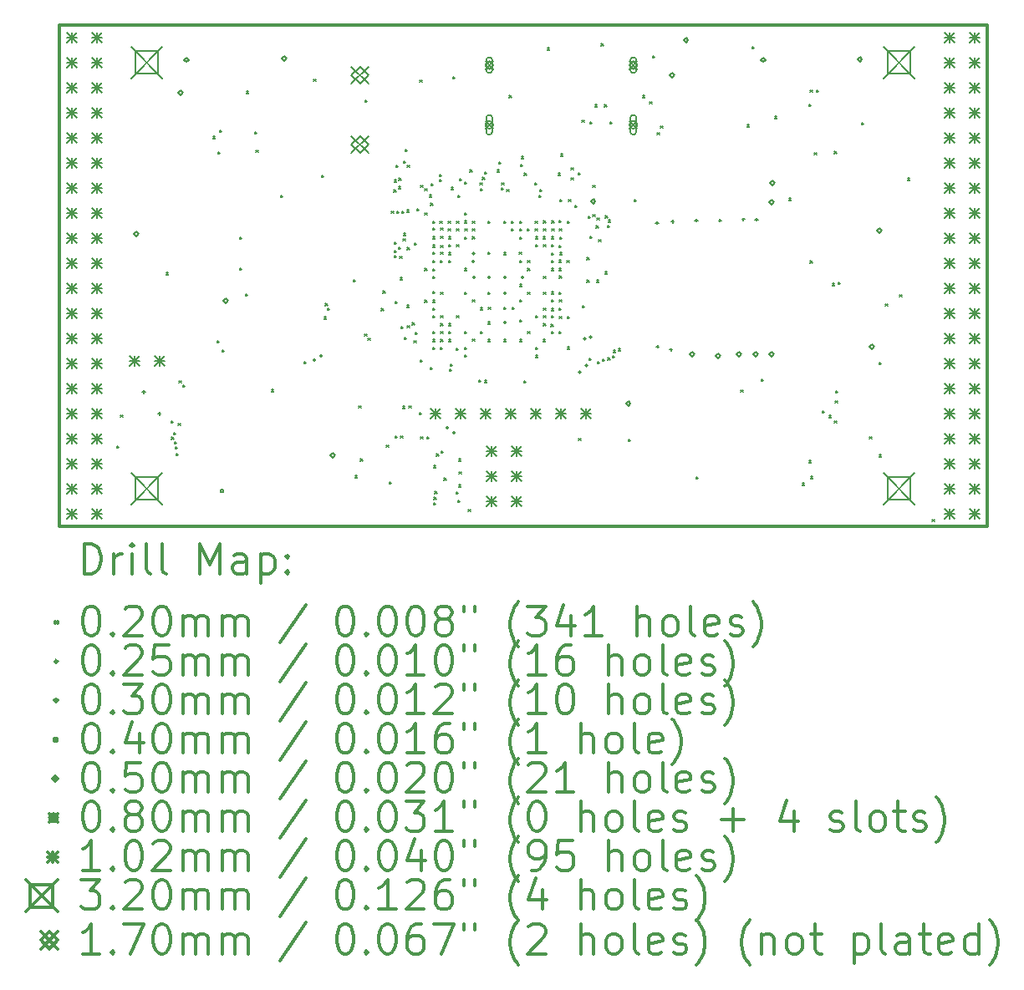
<source format=gbr>
%FSLAX45Y45*%
G04 Gerber Fmt 4.5, Leading zero omitted, Abs format (unit mm)*
G04 Created by KiCad (PCBNEW 4.0.7+dfsg1-1) date Sat Nov 11 18:03:37 2017*
%MOMM*%
%LPD*%
G01*
G04 APERTURE LIST*
%ADD10C,0.127000*%
%ADD11C,0.300000*%
%ADD12C,0.200000*%
G04 APERTURE END LIST*
D10*
D11*
X9410000Y-6142000D02*
X9410000Y-11222000D01*
X18808000Y-6142000D02*
X9410000Y-6142000D01*
X18808000Y-11222000D02*
X18808000Y-6142000D01*
X9410000Y-11222000D02*
X18808000Y-11222000D01*
D12*
X9998000Y-10410000D02*
X10018000Y-10430000D01*
X10018000Y-10410000D02*
X9998000Y-10430000D01*
X10035000Y-10094400D02*
X10055000Y-10114400D01*
X10055000Y-10094400D02*
X10035000Y-10114400D01*
X10493771Y-8653299D02*
X10513771Y-8673299D01*
X10513771Y-8653299D02*
X10493771Y-8673299D01*
X10547276Y-10156132D02*
X10567276Y-10176132D01*
X10567276Y-10156132D02*
X10547276Y-10176132D01*
X10552725Y-10321224D02*
X10572725Y-10341224D01*
X10572725Y-10321224D02*
X10552725Y-10341224D01*
X10571376Y-10271934D02*
X10591376Y-10291934D01*
X10591376Y-10271934D02*
X10571376Y-10291934D01*
X10579560Y-10366582D02*
X10599560Y-10386582D01*
X10599560Y-10366582D02*
X10579560Y-10386582D01*
X10589272Y-10418380D02*
X10609272Y-10438380D01*
X10609272Y-10418380D02*
X10589272Y-10438380D01*
X10598875Y-10487404D02*
X10618875Y-10507404D01*
X10618875Y-10487404D02*
X10598875Y-10507404D01*
X10618105Y-10179347D02*
X10638105Y-10199347D01*
X10638105Y-10179347D02*
X10618105Y-10199347D01*
X10626851Y-9751340D02*
X10646851Y-9771340D01*
X10646851Y-9751340D02*
X10626851Y-9771340D01*
X10664117Y-9793541D02*
X10684117Y-9813541D01*
X10684117Y-9793541D02*
X10664117Y-9813541D01*
X10972800Y-7273000D02*
X10992800Y-7293000D01*
X10992800Y-7273000D02*
X10972800Y-7293000D01*
X11014904Y-9343377D02*
X11034904Y-9363377D01*
X11034904Y-9343377D02*
X11014904Y-9363377D01*
X11021352Y-7428070D02*
X11041352Y-7448070D01*
X11041352Y-7428070D02*
X11021352Y-7448070D01*
X11038300Y-7211500D02*
X11058300Y-7231500D01*
X11058300Y-7211500D02*
X11038300Y-7231500D01*
X11061873Y-9435178D02*
X11081873Y-9455178D01*
X11081873Y-9435178D02*
X11061873Y-9455178D01*
X11241500Y-8291000D02*
X11261500Y-8311000D01*
X11261500Y-8291000D02*
X11241500Y-8311000D01*
X11241500Y-8608500D02*
X11261500Y-8628500D01*
X11261500Y-8608500D02*
X11241500Y-8628500D01*
X11298000Y-8870000D02*
X11318000Y-8890000D01*
X11318000Y-8870000D02*
X11298000Y-8890000D01*
X11311224Y-6814440D02*
X11331224Y-6834440D01*
X11331224Y-6814440D02*
X11311224Y-6834440D01*
X11393900Y-7224200D02*
X11413900Y-7244200D01*
X11413900Y-7224200D02*
X11393900Y-7244200D01*
X11406600Y-7414700D02*
X11426600Y-7434700D01*
X11426600Y-7414700D02*
X11406600Y-7434700D01*
X11563000Y-9839314D02*
X11583000Y-9859314D01*
X11583000Y-9839314D02*
X11563000Y-9859314D01*
X11655434Y-7867799D02*
X11675434Y-7887799D01*
X11675434Y-7867799D02*
X11655434Y-7887799D01*
X11890851Y-9556294D02*
X11910851Y-9576294D01*
X11910851Y-9556294D02*
X11890851Y-9576294D01*
X11990800Y-6690800D02*
X12010800Y-6710800D01*
X12010800Y-6690800D02*
X11990800Y-6710800D01*
X12073455Y-7667909D02*
X12093455Y-7687909D01*
X12093455Y-7667909D02*
X12073455Y-7687909D01*
X12094120Y-9102507D02*
X12114120Y-9122507D01*
X12114120Y-9102507D02*
X12094120Y-9122507D01*
X12110622Y-8966255D02*
X12130622Y-8986255D01*
X12130622Y-8966255D02*
X12110622Y-8986255D01*
X12130195Y-9015187D02*
X12150195Y-9035187D01*
X12150195Y-9015187D02*
X12130195Y-9035187D01*
X12392771Y-8724771D02*
X12412771Y-8744771D01*
X12412771Y-8724771D02*
X12392771Y-8744771D01*
X12392771Y-8724771D02*
X12412771Y-8744771D01*
X12412771Y-8724771D02*
X12392771Y-8744771D01*
X12410242Y-10710764D02*
X12430242Y-10730764D01*
X12430242Y-10710764D02*
X12410242Y-10730764D01*
X12448000Y-10005500D02*
X12468000Y-10025500D01*
X12468000Y-10005500D02*
X12448000Y-10025500D01*
X12464182Y-10539469D02*
X12484182Y-10559469D01*
X12484182Y-10539469D02*
X12464182Y-10559469D01*
X12506739Y-9274152D02*
X12526739Y-9294152D01*
X12526739Y-9274152D02*
X12506739Y-9294152D01*
X12509354Y-6905685D02*
X12529354Y-6925685D01*
X12529354Y-6905685D02*
X12509354Y-6925685D01*
X12539954Y-9315068D02*
X12559954Y-9335068D01*
X12559954Y-9315068D02*
X12539954Y-9335068D01*
X12678001Y-9017611D02*
X12698001Y-9037611D01*
X12698001Y-9017611D02*
X12678001Y-9037611D01*
X12694005Y-8838107D02*
X12714005Y-8858107D01*
X12714005Y-8838107D02*
X12694005Y-8858107D01*
X12725815Y-10402805D02*
X12745815Y-10422805D01*
X12745815Y-10402805D02*
X12725815Y-10422805D01*
X12755664Y-10771679D02*
X12775664Y-10791679D01*
X12775664Y-10771679D02*
X12755664Y-10791679D01*
X12778962Y-8030743D02*
X12798962Y-8050743D01*
X12798962Y-8030743D02*
X12778962Y-8050743D01*
X12802557Y-7813365D02*
X12822557Y-7833365D01*
X12822557Y-7813365D02*
X12802557Y-7833365D01*
X12805201Y-7714196D02*
X12825201Y-7734196D01*
X12825201Y-7714196D02*
X12805201Y-7734196D01*
X12806546Y-8342876D02*
X12826546Y-8362876D01*
X12826546Y-8342876D02*
X12806546Y-8362876D01*
X12808331Y-8428074D02*
X12828331Y-8448074D01*
X12828331Y-8428074D02*
X12808331Y-8448074D01*
X12810326Y-8480738D02*
X12830326Y-8500738D01*
X12830326Y-8480738D02*
X12810326Y-8500738D01*
X12815144Y-8946421D02*
X12835144Y-8966421D01*
X12835144Y-8946421D02*
X12815144Y-8966421D01*
X12818000Y-10310000D02*
X12838000Y-10330000D01*
X12838000Y-10310000D02*
X12818000Y-10330000D01*
X12824906Y-7565392D02*
X12844906Y-7585392D01*
X12844906Y-7565392D02*
X12824906Y-7585392D01*
X12831658Y-8029985D02*
X12851658Y-8049985D01*
X12851658Y-8029985D02*
X12831658Y-8049985D01*
X12849054Y-7779404D02*
X12869054Y-7799404D01*
X12869054Y-7779404D02*
X12849054Y-7799404D01*
X12851077Y-8397249D02*
X12871077Y-8417249D01*
X12871077Y-8397249D02*
X12851077Y-8417249D01*
X12854493Y-7695003D02*
X12874493Y-7715003D01*
X12874493Y-7695003D02*
X12854493Y-7715003D01*
X12862365Y-8489063D02*
X12882365Y-8509063D01*
X12882365Y-8489063D02*
X12862365Y-8509063D01*
X12867665Y-8703514D02*
X12887665Y-8723514D01*
X12887665Y-8703514D02*
X12867665Y-8723514D01*
X12870682Y-10308590D02*
X12890682Y-10328590D01*
X12890682Y-10308590D02*
X12870682Y-10328590D01*
X12877965Y-9201104D02*
X12897965Y-9221104D01*
X12897965Y-9201104D02*
X12877965Y-9221104D01*
X12884359Y-8029973D02*
X12904359Y-8049973D01*
X12904359Y-8029973D02*
X12884359Y-8049973D01*
X12890520Y-10007480D02*
X12910520Y-10027480D01*
X12910520Y-10007480D02*
X12890520Y-10027480D01*
X12895438Y-8307924D02*
X12915438Y-8327924D01*
X12915438Y-8307924D02*
X12895438Y-8327924D01*
X12900909Y-8255507D02*
X12920909Y-8275507D01*
X12920909Y-8255507D02*
X12900909Y-8275507D01*
X12902508Y-7521580D02*
X12922508Y-7541580D01*
X12922508Y-7521580D02*
X12902508Y-7541580D01*
X12909665Y-9310913D02*
X12929665Y-9330913D01*
X12929665Y-9310913D02*
X12909665Y-9330913D01*
X12915222Y-7404246D02*
X12935222Y-7424246D01*
X12935222Y-7404246D02*
X12915222Y-7424246D01*
X12934924Y-8982695D02*
X12954924Y-9002695D01*
X12954924Y-8982695D02*
X12934924Y-9002695D01*
X12935799Y-8018511D02*
X12955799Y-8038511D01*
X12955799Y-8018511D02*
X12935799Y-8038511D01*
X12937785Y-9190082D02*
X12957785Y-9210082D01*
X12957785Y-9190082D02*
X12937785Y-9210082D01*
X12938514Y-8398242D02*
X12958514Y-8418242D01*
X12958514Y-8398242D02*
X12938514Y-8418242D01*
X12939334Y-7563781D02*
X12959334Y-7583781D01*
X12959334Y-7563781D02*
X12939334Y-7583781D01*
X12956000Y-10005500D02*
X12976000Y-10025500D01*
X12976000Y-10005500D02*
X12956000Y-10025500D01*
X12988816Y-9162200D02*
X13008816Y-9182200D01*
X13008816Y-9162200D02*
X12988816Y-9182200D01*
X13007140Y-9344434D02*
X13027140Y-9364434D01*
X13027140Y-9344434D02*
X13007140Y-9364434D01*
X13010463Y-8349948D02*
X13030463Y-8369948D01*
X13030463Y-8349948D02*
X13010463Y-8369948D01*
X13020226Y-9260033D02*
X13040226Y-9280033D01*
X13040226Y-9260033D02*
X13020226Y-9280033D01*
X13038990Y-8006723D02*
X13058990Y-8026723D01*
X13058990Y-8006723D02*
X13038990Y-8026723D01*
X13059238Y-10069000D02*
X13079238Y-10089000D01*
X13079238Y-10069000D02*
X13059238Y-10089000D01*
X13066199Y-6701962D02*
X13086199Y-6721962D01*
X13086199Y-6701962D02*
X13066199Y-6721962D01*
X13070707Y-9535414D02*
X13090707Y-9555414D01*
X13090707Y-9535414D02*
X13070707Y-9555414D01*
X13073949Y-10316052D02*
X13093949Y-10336052D01*
X13093949Y-10316052D02*
X13073949Y-10336052D01*
X13075683Y-7768682D02*
X13095683Y-7788682D01*
X13095683Y-7768682D02*
X13075683Y-7788682D01*
X13115313Y-7803422D02*
X13135313Y-7823422D01*
X13135313Y-7803422D02*
X13115313Y-7823422D01*
X13117530Y-8049575D02*
X13137530Y-8069575D01*
X13137530Y-8049575D02*
X13117530Y-8069575D01*
X13117831Y-8611310D02*
X13137831Y-8631310D01*
X13137831Y-8611310D02*
X13117831Y-8631310D01*
X13117950Y-8930733D02*
X13137950Y-8950733D01*
X13137950Y-8930733D02*
X13117950Y-8950733D01*
X13135385Y-10316052D02*
X13155385Y-10336052D01*
X13155385Y-10316052D02*
X13135385Y-10336052D01*
X13160933Y-7864587D02*
X13180933Y-7884587D01*
X13180933Y-7864587D02*
X13160933Y-7884587D01*
X13170890Y-9612737D02*
X13190890Y-9632737D01*
X13190890Y-9612737D02*
X13170890Y-9632737D01*
X13174731Y-7948989D02*
X13194731Y-7968989D01*
X13194731Y-7948989D02*
X13174731Y-7968989D01*
X13182329Y-7748485D02*
X13202329Y-7768485D01*
X13202329Y-7748485D02*
X13182329Y-7768485D01*
X13196210Y-8443398D02*
X13216210Y-8463398D01*
X13216210Y-8443398D02*
X13196210Y-8463398D01*
X13197298Y-8527799D02*
X13217298Y-8547799D01*
X13217298Y-8527799D02*
X13197298Y-8547799D01*
X13197562Y-8931064D02*
X13217562Y-8951064D01*
X13217562Y-8931064D02*
X13197562Y-8951064D01*
X13197765Y-9087799D02*
X13217765Y-9107799D01*
X13217765Y-9087799D02*
X13197765Y-9107799D01*
X13197902Y-8288404D02*
X13217902Y-8308404D01*
X13217902Y-8288404D02*
X13197902Y-8308404D01*
X13198000Y-8130000D02*
X13218000Y-8150000D01*
X13218000Y-8130000D02*
X13198000Y-8150000D01*
X13198000Y-8690000D02*
X13218000Y-8710000D01*
X13218000Y-8690000D02*
X13198000Y-8710000D01*
X13198000Y-9250000D02*
X13218000Y-9270000D01*
X13218000Y-9250000D02*
X13198000Y-9270000D01*
X13198000Y-9330000D02*
X13218000Y-9350000D01*
X13218000Y-9330000D02*
X13198000Y-9350000D01*
X13198000Y-9410000D02*
X13218000Y-9430000D01*
X13218000Y-9410000D02*
X13198000Y-9430000D01*
X13198001Y-8200333D02*
X13218001Y-8220333D01*
X13218001Y-8200333D02*
X13198001Y-8220333D01*
X13198296Y-9011078D02*
X13218296Y-9031078D01*
X13218296Y-9011078D02*
X13198296Y-9031078D01*
X13198303Y-8616041D02*
X13218303Y-8636041D01*
X13218303Y-8616041D02*
X13198303Y-8636041D01*
X13198368Y-8372806D02*
X13218368Y-8392806D01*
X13218368Y-8372806D02*
X13198368Y-8392806D01*
X13198405Y-8845827D02*
X13218405Y-8865827D01*
X13218405Y-8845827D02*
X13198405Y-8865827D01*
X13204611Y-10984026D02*
X13224611Y-11004026D01*
X13224611Y-10984026D02*
X13204611Y-11004026D01*
X13206286Y-10608587D02*
X13226286Y-10628587D01*
X13226286Y-10608587D02*
X13206286Y-10628587D01*
X13208900Y-10931500D02*
X13228900Y-10951500D01*
X13228900Y-10931500D02*
X13208900Y-10951500D01*
X13218000Y-10870000D02*
X13238000Y-10890000D01*
X13238000Y-10870000D02*
X13218000Y-10890000D01*
X13234844Y-10489450D02*
X13254844Y-10509450D01*
X13254844Y-10489450D02*
X13234844Y-10509450D01*
X13263724Y-7657621D02*
X13283724Y-7677621D01*
X13283724Y-7657621D02*
X13263724Y-7677621D01*
X13266117Y-7710267D02*
X13286117Y-7730267D01*
X13286117Y-7710267D02*
X13266117Y-7730267D01*
X13268334Y-8130000D02*
X13288334Y-8150000D01*
X13288334Y-8130000D02*
X13268334Y-8150000D01*
X13273464Y-8527799D02*
X13293464Y-8547799D01*
X13293464Y-8527799D02*
X13273464Y-8547799D01*
X13274623Y-9409707D02*
X13294623Y-9429707D01*
X13294623Y-9409707D02*
X13274623Y-9429707D01*
X13276300Y-8202454D02*
X13296300Y-8222454D01*
X13296300Y-8202454D02*
X13276300Y-8222454D01*
X13277177Y-8443398D02*
X13297177Y-8463398D01*
X13297177Y-8443398D02*
X13277177Y-8463398D01*
X13277261Y-8286855D02*
X13297261Y-8306855D01*
X13297261Y-8286855D02*
X13277261Y-8306855D01*
X13278000Y-8850000D02*
X13298000Y-8870000D01*
X13298000Y-8850000D02*
X13278000Y-8870000D01*
X13278000Y-9090000D02*
X13298000Y-9110000D01*
X13298000Y-9090000D02*
X13278000Y-9110000D01*
X13278000Y-9170000D02*
X13298000Y-9190000D01*
X13298000Y-9170000D02*
X13278000Y-9190000D01*
X13278000Y-9250000D02*
X13298000Y-9270000D01*
X13298000Y-9250000D02*
X13278000Y-9270000D01*
X13278000Y-9330000D02*
X13298000Y-9350000D01*
X13298000Y-9330000D02*
X13278000Y-9350000D01*
X13278089Y-8379783D02*
X13298089Y-8399784D01*
X13298089Y-8379783D02*
X13278089Y-8399784D01*
X13283696Y-10459892D02*
X13303696Y-10479892D01*
X13303696Y-10459892D02*
X13283696Y-10479892D01*
X13311600Y-10736500D02*
X13331600Y-10756500D01*
X13331600Y-10736500D02*
X13311600Y-10756500D01*
X13352736Y-8131468D02*
X13372736Y-8151468D01*
X13372736Y-8131468D02*
X13352736Y-8151468D01*
X13354839Y-8209060D02*
X13374839Y-8229060D01*
X13374839Y-8209060D02*
X13354839Y-8229060D01*
X13357194Y-8449520D02*
X13377194Y-8469520D01*
X13377194Y-8449520D02*
X13357194Y-8469520D01*
X13358000Y-8290000D02*
X13378000Y-8310000D01*
X13378000Y-8290000D02*
X13358000Y-8310000D01*
X13358000Y-8370000D02*
X13378000Y-8390000D01*
X13378000Y-8370000D02*
X13358000Y-8390000D01*
X13358000Y-8530000D02*
X13378000Y-8550000D01*
X13378000Y-8530000D02*
X13358000Y-8550000D01*
X13358000Y-9170000D02*
X13378000Y-9190000D01*
X13378000Y-9170000D02*
X13358000Y-9190000D01*
X13358000Y-9250000D02*
X13378000Y-9270000D01*
X13378000Y-9250000D02*
X13358000Y-9270000D01*
X13358548Y-9330230D02*
X13378548Y-9350230D01*
X13378548Y-9330230D02*
X13358548Y-9350230D01*
X13366285Y-9629515D02*
X13386285Y-9649515D01*
X13386285Y-9629515D02*
X13366285Y-9649515D01*
X13375239Y-9577580D02*
X13395239Y-9597580D01*
X13395239Y-9577580D02*
X13375239Y-9597580D01*
X13384238Y-7788077D02*
X13404238Y-7808077D01*
X13404238Y-7788077D02*
X13384238Y-7808077D01*
X13397916Y-6668615D02*
X13417916Y-6688615D01*
X13417916Y-6668615D02*
X13397916Y-6688615D01*
X13435582Y-9416717D02*
X13455582Y-9436717D01*
X13455582Y-9416717D02*
X13435582Y-9436717D01*
X13436400Y-10874197D02*
X13456400Y-10894197D01*
X13456400Y-10874197D02*
X13436400Y-10894197D01*
X13437137Y-8130675D02*
X13457137Y-8150675D01*
X13457137Y-8130675D02*
X13437137Y-8150675D01*
X13437651Y-8208015D02*
X13457651Y-8228015D01*
X13457651Y-8208015D02*
X13437651Y-8228015D01*
X13438000Y-8370000D02*
X13458000Y-8390000D01*
X13458000Y-8370000D02*
X13438000Y-8390000D01*
X13438000Y-9090000D02*
X13458000Y-9110000D01*
X13458000Y-9090000D02*
X13438000Y-9110000D01*
X13451300Y-7871900D02*
X13471300Y-7891900D01*
X13471300Y-7871900D02*
X13451300Y-7891900D01*
X13453687Y-10961995D02*
X13473687Y-10981995D01*
X13473687Y-10961995D02*
X13453687Y-10981995D01*
X13457587Y-10803159D02*
X13477587Y-10823159D01*
X13477587Y-10803159D02*
X13457587Y-10823159D01*
X13460735Y-10540845D02*
X13480735Y-10560845D01*
X13480735Y-10540845D02*
X13460735Y-10560845D01*
X13465065Y-10671051D02*
X13485065Y-10691051D01*
X13485065Y-10671051D02*
X13465065Y-10691051D01*
X13465805Y-7703014D02*
X13485805Y-7723014D01*
X13485805Y-7703014D02*
X13465805Y-7723014D01*
X13517331Y-8851860D02*
X13537331Y-8871860D01*
X13537331Y-8851860D02*
X13517331Y-8871860D01*
X13518000Y-8292201D02*
X13538000Y-8312201D01*
X13538000Y-8292201D02*
X13518000Y-8312201D01*
X13518000Y-8610000D02*
X13538000Y-8630000D01*
X13538000Y-8610000D02*
X13518000Y-8630000D01*
X13518000Y-9250000D02*
X13538000Y-9270000D01*
X13538000Y-9250000D02*
X13518000Y-9270000D01*
X13518006Y-7736330D02*
X13538006Y-7756330D01*
X13538006Y-7736330D02*
X13518006Y-7756330D01*
X13518128Y-8048312D02*
X13538128Y-8068312D01*
X13538128Y-8048312D02*
X13518128Y-8068312D01*
X13518463Y-9488530D02*
X13538463Y-9508530D01*
X13538463Y-9488530D02*
X13518463Y-9508530D01*
X13518862Y-9412562D02*
X13538862Y-9432562D01*
X13538862Y-9412562D02*
X13518862Y-9432562D01*
X13521538Y-8129192D02*
X13541538Y-8149192D01*
X13541538Y-8129192D02*
X13521538Y-8149192D01*
X13522052Y-8209644D02*
X13542052Y-8229644D01*
X13542052Y-8209644D02*
X13522052Y-8229644D01*
X13555656Y-11051071D02*
X13575656Y-11071071D01*
X13575656Y-11051071D02*
X13555656Y-11071071D01*
X13573070Y-7610061D02*
X13593070Y-7630061D01*
X13593070Y-7610061D02*
X13573070Y-7630061D01*
X13598000Y-8210000D02*
X13618000Y-8230000D01*
X13618000Y-8210000D02*
X13598000Y-8230000D01*
X13598000Y-8290000D02*
X13618000Y-8310000D01*
X13618000Y-8290000D02*
X13598000Y-8310000D01*
X13598517Y-8929483D02*
X13618517Y-8949483D01*
X13618517Y-8929483D02*
X13598517Y-8949483D01*
X13599596Y-9326965D02*
X13619596Y-9346965D01*
X13619596Y-9326965D02*
X13599596Y-9346965D01*
X13599639Y-8129507D02*
X13619639Y-8149507D01*
X13619639Y-8129507D02*
X13599639Y-8149507D01*
X13664090Y-9741450D02*
X13684090Y-9761450D01*
X13684090Y-9741450D02*
X13664090Y-9761450D01*
X13675954Y-7745082D02*
X13695954Y-7765082D01*
X13695954Y-7745082D02*
X13675954Y-7765082D01*
X13678000Y-9250000D02*
X13698000Y-9270000D01*
X13698000Y-9250000D02*
X13678000Y-9270000D01*
X13678517Y-9009483D02*
X13698517Y-9029483D01*
X13698517Y-9009483D02*
X13678517Y-9029483D01*
X13682206Y-7799789D02*
X13702206Y-7819789D01*
X13702206Y-7799789D02*
X13682206Y-7819789D01*
X13700695Y-7687992D02*
X13720695Y-7707992D01*
X13720695Y-7687992D02*
X13700695Y-7707992D01*
X13719559Y-9743802D02*
X13739559Y-9763802D01*
X13739559Y-9743802D02*
X13719559Y-9763802D01*
X13720873Y-7631502D02*
X13740873Y-7651502D01*
X13740873Y-7631502D02*
X13720873Y-7651502D01*
X13755905Y-9153803D02*
X13775905Y-9173803D01*
X13775905Y-9153803D02*
X13755905Y-9173803D01*
X13758000Y-8130000D02*
X13778000Y-8150000D01*
X13778000Y-8130000D02*
X13758000Y-8150000D01*
X13758000Y-8850000D02*
X13778000Y-8870000D01*
X13778000Y-8850000D02*
X13758000Y-8870000D01*
X13758000Y-9330000D02*
X13778000Y-9350000D01*
X13778000Y-9330000D02*
X13758000Y-9350000D01*
X13758056Y-8443409D02*
X13778056Y-8463409D01*
X13778056Y-8443409D02*
X13758056Y-8463409D01*
X13758900Y-9002299D02*
X13778900Y-9022299D01*
X13778900Y-9002299D02*
X13758900Y-9022299D01*
X13848000Y-7610000D02*
X13868000Y-7630000D01*
X13868000Y-7610000D02*
X13848000Y-7630000D01*
X13867920Y-7530076D02*
X13887920Y-7550076D01*
X13887920Y-7530076D02*
X13867920Y-7550076D01*
X13893411Y-7794095D02*
X13913411Y-7814095D01*
X13913411Y-7794095D02*
X13893411Y-7814095D01*
X13894675Y-7741409D02*
X13914675Y-7761409D01*
X13914675Y-7741409D02*
X13894675Y-7761409D01*
X13917252Y-8451135D02*
X13937252Y-8471135D01*
X13937252Y-8451135D02*
X13917252Y-8471135D01*
X13918000Y-8130000D02*
X13938000Y-8150000D01*
X13938000Y-8130000D02*
X13918000Y-8150000D01*
X13918000Y-9002299D02*
X13938000Y-9022299D01*
X13938000Y-9002299D02*
X13918000Y-9022299D01*
X13918000Y-9330000D02*
X13938000Y-9350000D01*
X13938000Y-9330000D02*
X13918000Y-9350000D01*
X13947862Y-7810586D02*
X13967862Y-7830586D01*
X13967862Y-7810586D02*
X13947862Y-7830586D01*
X13972000Y-6856567D02*
X13992000Y-6876567D01*
X13992000Y-6856567D02*
X13972000Y-6876567D01*
X13993095Y-8210000D02*
X14013095Y-8230000D01*
X14013095Y-8210000D02*
X13993095Y-8230000D01*
X13993599Y-8130000D02*
X14013599Y-8150000D01*
X14013599Y-8130000D02*
X13993599Y-8150000D01*
X13999489Y-9002299D02*
X14019489Y-9022299D01*
X14019489Y-9002299D02*
X13999489Y-9022299D01*
X14073600Y-8443400D02*
X14093600Y-8463400D01*
X14093600Y-8443400D02*
X14073600Y-8463400D01*
X14076403Y-8294140D02*
X14096403Y-8314140D01*
X14096403Y-8294140D02*
X14076403Y-8314140D01*
X14077419Y-9133335D02*
X14097419Y-9153335D01*
X14097419Y-9133335D02*
X14077419Y-9153335D01*
X14077497Y-8207716D02*
X14097497Y-8227716D01*
X14097497Y-8207716D02*
X14077497Y-8227716D01*
X14078000Y-8130000D02*
X14098000Y-8150000D01*
X14098000Y-8130000D02*
X14078000Y-8150000D01*
X14078000Y-8530000D02*
X14098000Y-8550000D01*
X14098000Y-8530000D02*
X14078000Y-8550000D01*
X14078000Y-8770000D02*
X14098000Y-8790000D01*
X14098000Y-8770000D02*
X14078000Y-8790000D01*
X14078000Y-8930000D02*
X14098000Y-8950000D01*
X14098000Y-8930000D02*
X14078000Y-8950000D01*
X14078000Y-9330000D02*
X14098000Y-9350000D01*
X14098000Y-9330000D02*
X14078000Y-9350000D01*
X14088006Y-7558194D02*
X14108006Y-7578194D01*
X14108006Y-7558194D02*
X14088006Y-7578194D01*
X14094664Y-7477380D02*
X14114664Y-7497380D01*
X14114664Y-7477380D02*
X14094664Y-7497380D01*
X14118000Y-9750000D02*
X14138000Y-9770000D01*
X14138000Y-9750000D02*
X14118000Y-9770000D01*
X14124297Y-7645500D02*
X14144297Y-7665500D01*
X14144297Y-7645500D02*
X14124297Y-7665500D01*
X14156269Y-8210778D02*
X14176269Y-8230778D01*
X14176269Y-8210778D02*
X14156269Y-8230778D01*
X14158000Y-8530000D02*
X14178000Y-8550000D01*
X14178000Y-8530000D02*
X14158000Y-8550000D01*
X14158000Y-8610000D02*
X14178000Y-8630000D01*
X14178000Y-8610000D02*
X14158000Y-8630000D01*
X14158000Y-8850000D02*
X14178000Y-8870000D01*
X14178000Y-8850000D02*
X14158000Y-8870000D01*
X14158000Y-9250000D02*
X14178000Y-9270000D01*
X14178000Y-9250000D02*
X14158000Y-9270000D01*
X14229388Y-7741388D02*
X14249388Y-7761388D01*
X14249388Y-7741388D02*
X14229388Y-7761388D01*
X14233746Y-8208147D02*
X14253746Y-8228147D01*
X14253746Y-8208147D02*
X14233746Y-8228147D01*
X14235691Y-8130580D02*
X14255691Y-8150580D01*
X14255691Y-8130580D02*
X14235691Y-8150580D01*
X14237355Y-8289891D02*
X14257355Y-8309891D01*
X14257355Y-8289891D02*
X14237355Y-8309891D01*
X14238000Y-8370000D02*
X14258000Y-8390000D01*
X14258000Y-8370000D02*
X14238000Y-8390000D01*
X14238000Y-9090000D02*
X14258000Y-9110000D01*
X14258000Y-9090000D02*
X14238000Y-9110000D01*
X14238000Y-9410000D02*
X14258000Y-9430000D01*
X14258000Y-9410000D02*
X14238000Y-9430000D01*
X14238000Y-9490000D02*
X14258000Y-9510000D01*
X14258000Y-9490000D02*
X14238000Y-9510000D01*
X14274121Y-7868425D02*
X14294121Y-7888425D01*
X14294121Y-7868425D02*
X14274121Y-7888425D01*
X14281176Y-7811737D02*
X14301176Y-7831737D01*
X14301176Y-7811737D02*
X14281176Y-7831737D01*
X14315799Y-8290000D02*
X14335799Y-8310000D01*
X14335799Y-8290000D02*
X14315799Y-8310000D01*
X14316969Y-9331491D02*
X14336969Y-9351491D01*
X14336969Y-9331491D02*
X14316969Y-9351491D01*
X14317803Y-8849503D02*
X14337803Y-8869503D01*
X14337803Y-8849503D02*
X14317803Y-8869503D01*
X14318000Y-8370000D02*
X14338000Y-8390000D01*
X14338000Y-8370000D02*
X14318000Y-8390000D01*
X14318000Y-8690000D02*
X14338000Y-8710000D01*
X14338000Y-8690000D02*
X14318000Y-8710000D01*
X14318000Y-9090000D02*
X14338000Y-9110000D01*
X14338000Y-9090000D02*
X14318000Y-9110000D01*
X14318000Y-9170000D02*
X14338000Y-9190000D01*
X14338000Y-9170000D02*
X14318000Y-9190000D01*
X14318147Y-8210607D02*
X14338147Y-8230607D01*
X14338147Y-8210607D02*
X14318147Y-8230607D01*
X14318182Y-9010195D02*
X14338182Y-9030195D01*
X14338182Y-9010195D02*
X14318182Y-9030195D01*
X14320092Y-8127729D02*
X14340092Y-8147729D01*
X14340092Y-8127729D02*
X14320092Y-8147729D01*
X14355067Y-6376252D02*
X14375067Y-6396252D01*
X14375067Y-6376252D02*
X14355067Y-6396252D01*
X14396483Y-9177765D02*
X14416483Y-9197765D01*
X14416483Y-9177765D02*
X14396483Y-9197765D01*
X14397624Y-8929530D02*
X14417624Y-8949530D01*
X14417624Y-8929530D02*
X14397624Y-8949530D01*
X14397701Y-9016697D02*
X14417701Y-9036697D01*
X14417701Y-9016697D02*
X14397701Y-9036697D01*
X14398000Y-8610000D02*
X14418000Y-8630000D01*
X14418000Y-8610000D02*
X14398000Y-8630000D01*
X14398000Y-9090000D02*
X14418000Y-9110000D01*
X14418000Y-9090000D02*
X14398000Y-9110000D01*
X14398283Y-8848451D02*
X14418283Y-8868451D01*
X14418283Y-8848451D02*
X14398283Y-8868451D01*
X14400201Y-8290000D02*
X14420201Y-8310000D01*
X14420201Y-8290000D02*
X14400201Y-8310000D01*
X14400201Y-8529722D02*
X14420201Y-8549722D01*
X14420201Y-8529722D02*
X14400201Y-8549722D01*
X14400319Y-8367799D02*
X14420319Y-8387799D01*
X14420319Y-8367799D02*
X14400319Y-8387799D01*
X14400319Y-8452201D02*
X14420319Y-8472201D01*
X14420319Y-8452201D02*
X14400319Y-8472201D01*
X14401325Y-9248876D02*
X14421325Y-9268876D01*
X14421325Y-9248876D02*
X14401325Y-9268876D01*
X14402549Y-8208647D02*
X14422549Y-8228647D01*
X14422549Y-8208647D02*
X14402549Y-8228647D01*
X14404493Y-8128708D02*
X14424493Y-8148708D01*
X14424493Y-8128708D02*
X14404493Y-8148708D01*
X14469711Y-7646534D02*
X14489711Y-7666534D01*
X14489711Y-7646534D02*
X14469711Y-7666534D01*
X14476724Y-9012976D02*
X14496724Y-9032976D01*
X14496724Y-9012976D02*
X14476724Y-9032976D01*
X14476810Y-8527135D02*
X14496810Y-8547135D01*
X14496810Y-8527135D02*
X14476810Y-8547135D01*
X14477394Y-8376040D02*
X14497394Y-8396040D01*
X14497394Y-8376040D02*
X14477394Y-8396040D01*
X14477515Y-8611890D02*
X14497515Y-8631890D01*
X14497515Y-8611890D02*
X14477515Y-8631890D01*
X14477654Y-8122836D02*
X14497654Y-8142836D01*
X14497654Y-8122836D02*
X14477654Y-8142836D01*
X14477765Y-8852201D02*
X14497765Y-8872201D01*
X14497765Y-8852201D02*
X14477765Y-8872201D01*
X14478235Y-9247799D02*
X14498235Y-9267799D01*
X14498235Y-9247799D02*
X14478235Y-9267799D01*
X14478812Y-8207237D02*
X14498812Y-8227237D01*
X14498812Y-8207237D02*
X14478812Y-8227237D01*
X14479163Y-9097377D02*
X14499163Y-9117377D01*
X14499163Y-9097377D02*
X14479163Y-9117377D01*
X14479260Y-8928574D02*
X14499260Y-8948574D01*
X14499260Y-8928574D02*
X14479260Y-8948574D01*
X14479432Y-8687756D02*
X14499432Y-8707756D01*
X14499432Y-8687756D02*
X14479432Y-8707756D01*
X14481566Y-8449874D02*
X14501566Y-8469874D01*
X14501566Y-8449874D02*
X14481566Y-8469874D01*
X14481689Y-8291638D02*
X14501689Y-8311638D01*
X14501689Y-8291638D02*
X14481689Y-8311638D01*
X14486249Y-7913538D02*
X14506249Y-7933538D01*
X14506249Y-7913538D02*
X14486249Y-7933538D01*
X14491706Y-7449281D02*
X14511706Y-7469281D01*
X14511706Y-7449281D02*
X14491706Y-7469281D01*
X14557281Y-8529606D02*
X14577281Y-8549606D01*
X14577281Y-8529606D02*
X14557281Y-8549606D01*
X14558000Y-8130000D02*
X14578000Y-8150000D01*
X14578000Y-8130000D02*
X14558000Y-8150000D01*
X14558000Y-9407799D02*
X14578000Y-9427799D01*
X14578000Y-9407799D02*
X14558000Y-9427799D01*
X14559846Y-9097377D02*
X14579846Y-9117377D01*
X14579846Y-9097377D02*
X14559846Y-9117377D01*
X14573400Y-7909811D02*
X14593400Y-7929811D01*
X14593400Y-7909811D02*
X14573400Y-7929811D01*
X14598000Y-7590000D02*
X14618000Y-7610000D01*
X14618000Y-7590000D02*
X14598000Y-7610000D01*
X14598016Y-7694497D02*
X14618016Y-7714497D01*
X14618016Y-7694497D02*
X14598016Y-7714497D01*
X14638141Y-7971938D02*
X14658141Y-7991938D01*
X14658141Y-7971938D02*
X14638141Y-7991938D01*
X14667897Y-7642240D02*
X14687897Y-7662240D01*
X14687897Y-7642240D02*
X14667897Y-7662240D01*
X14674429Y-10335274D02*
X14694429Y-10355274D01*
X14694429Y-10335274D02*
X14674429Y-10355274D01*
X14708600Y-7110000D02*
X14728600Y-7130000D01*
X14728600Y-7110000D02*
X14708600Y-7130000D01*
X14710765Y-8987304D02*
X14730765Y-9007304D01*
X14730765Y-8987304D02*
X14710765Y-9007304D01*
X14758752Y-8499333D02*
X14778752Y-8519333D01*
X14778752Y-8499333D02*
X14758752Y-8519333D01*
X14759554Y-8727799D02*
X14779554Y-8747799D01*
X14779554Y-8727799D02*
X14759554Y-8747799D01*
X14770223Y-8081781D02*
X14790223Y-8101781D01*
X14790223Y-8081781D02*
X14770223Y-8101781D01*
X14782793Y-9522924D02*
X14802793Y-9542924D01*
X14802793Y-9522924D02*
X14782793Y-9542924D01*
X14788315Y-7124708D02*
X14808315Y-7144708D01*
X14808315Y-7124708D02*
X14788315Y-7144708D01*
X14790137Y-8285878D02*
X14810137Y-8305878D01*
X14810137Y-8285878D02*
X14790137Y-8305878D01*
X14817193Y-7767799D02*
X14837193Y-7787799D01*
X14837193Y-7767799D02*
X14817193Y-7787799D01*
X14819827Y-8063981D02*
X14839827Y-8083981D01*
X14839827Y-8063981D02*
X14819827Y-8083981D01*
X14837783Y-6951968D02*
X14857783Y-6971968D01*
X14857783Y-6951968D02*
X14837783Y-6971968D01*
X14851067Y-8180003D02*
X14871067Y-8200003D01*
X14871067Y-8180003D02*
X14851067Y-8200003D01*
X14858860Y-8727808D02*
X14878860Y-8747808D01*
X14878860Y-8727808D02*
X14858860Y-8747808D01*
X14861989Y-8095601D02*
X14881989Y-8115601D01*
X14881989Y-8095601D02*
X14861989Y-8115601D01*
X14864798Y-9556963D02*
X14884798Y-9576963D01*
X14884798Y-9556963D02*
X14864798Y-9576963D01*
X14877872Y-8316103D02*
X14897872Y-8336103D01*
X14897872Y-8316103D02*
X14877872Y-8336103D01*
X14903412Y-6332405D02*
X14923412Y-6352405D01*
X14923412Y-6332405D02*
X14903412Y-6352405D01*
X14918439Y-9527799D02*
X14938439Y-9547799D01*
X14938439Y-9527799D02*
X14918439Y-9547799D01*
X14937595Y-6951968D02*
X14957595Y-6971968D01*
X14957595Y-6951968D02*
X14937595Y-6971968D01*
X14942082Y-8643412D02*
X14962082Y-8663412D01*
X14962082Y-8643412D02*
X14942082Y-8663412D01*
X14944975Y-8076843D02*
X14964975Y-8096843D01*
X14964975Y-8076843D02*
X14944975Y-8096843D01*
X14967169Y-8172566D02*
X14987169Y-8192566D01*
X14987169Y-8172566D02*
X14967169Y-8192566D01*
X14969589Y-9515108D02*
X14989589Y-9535108D01*
X14989589Y-9515108D02*
X14969589Y-9535108D01*
X14974647Y-8120398D02*
X14994647Y-8140398D01*
X14994647Y-8120398D02*
X14974647Y-8140398D01*
X14993085Y-7123185D02*
X15013085Y-7143185D01*
X15013085Y-7123185D02*
X14993085Y-7143185D01*
X15017890Y-9494025D02*
X15037890Y-9514025D01*
X15037890Y-9494025D02*
X15017890Y-9514025D01*
X15024597Y-9441753D02*
X15044597Y-9461753D01*
X15044597Y-9441753D02*
X15024597Y-9461753D01*
X15078921Y-9423257D02*
X15098921Y-9443257D01*
X15098921Y-9423257D02*
X15078921Y-9443257D01*
X15179638Y-10341072D02*
X15199638Y-10361072D01*
X15199638Y-10341072D02*
X15179638Y-10361072D01*
X15239707Y-7909347D02*
X15259707Y-7929347D01*
X15259707Y-7909347D02*
X15239707Y-7929347D01*
X15322234Y-6857342D02*
X15342234Y-6877342D01*
X15342234Y-6857342D02*
X15322234Y-6877342D01*
X15394400Y-6919400D02*
X15414400Y-6939400D01*
X15414400Y-6919400D02*
X15394400Y-6939400D01*
X15422933Y-6454377D02*
X15442933Y-6474377D01*
X15442933Y-6454377D02*
X15422933Y-6474377D01*
X15469400Y-7232600D02*
X15489400Y-7252600D01*
X15489400Y-7232600D02*
X15469400Y-7252600D01*
X15504936Y-7166453D02*
X15524936Y-7186453D01*
X15524936Y-7166453D02*
X15504936Y-7186453D01*
X15861665Y-10722518D02*
X15881665Y-10742518D01*
X15881665Y-10722518D02*
X15861665Y-10742518D01*
X16317742Y-9840172D02*
X16337742Y-9860172D01*
X16337742Y-9840172D02*
X16317742Y-9860172D01*
X16380885Y-7155186D02*
X16400885Y-7175186D01*
X16400885Y-7155186D02*
X16380885Y-7175186D01*
X16433388Y-6363745D02*
X16453388Y-6383745D01*
X16453388Y-6363745D02*
X16433388Y-6383745D01*
X16524921Y-9732292D02*
X16544921Y-9752292D01*
X16544921Y-9732292D02*
X16524921Y-9752292D01*
X16657891Y-7070355D02*
X16677891Y-7090355D01*
X16677891Y-7070355D02*
X16657891Y-7090355D01*
X16806644Y-7900804D02*
X16826644Y-7920804D01*
X16826644Y-7900804D02*
X16806644Y-7920804D01*
X16940659Y-10785373D02*
X16960659Y-10805373D01*
X16960659Y-10785373D02*
X16940659Y-10805373D01*
X17005773Y-10556635D02*
X17025773Y-10576635D01*
X17025773Y-10556635D02*
X17005773Y-10576635D01*
X17008296Y-6947101D02*
X17028296Y-6967101D01*
X17028296Y-6947101D02*
X17008296Y-6967101D01*
X17020000Y-6805100D02*
X17040000Y-6825100D01*
X17040000Y-6805100D02*
X17020000Y-6825100D01*
X17020954Y-8534153D02*
X17040954Y-8554153D01*
X17040954Y-8534153D02*
X17020954Y-8554153D01*
X17026290Y-10718620D02*
X17046290Y-10738620D01*
X17046290Y-10718620D02*
X17026290Y-10738620D01*
X17063590Y-7436498D02*
X17083590Y-7456498D01*
X17083590Y-7436498D02*
X17063590Y-7456498D01*
X17085000Y-6802556D02*
X17105000Y-6822556D01*
X17105000Y-6802556D02*
X17085000Y-6822556D01*
X17144030Y-10054574D02*
X17164030Y-10074574D01*
X17164030Y-10054574D02*
X17144030Y-10074574D01*
X17209336Y-10100566D02*
X17229336Y-10120566D01*
X17229336Y-10100566D02*
X17209336Y-10120566D01*
X17246454Y-8762201D02*
X17266454Y-8782201D01*
X17266454Y-8762201D02*
X17246454Y-8782201D01*
X17264664Y-7424799D02*
X17284664Y-7444799D01*
X17284664Y-7424799D02*
X17264664Y-7444799D01*
X17266127Y-10155168D02*
X17286127Y-10175168D01*
X17286127Y-10155168D02*
X17266127Y-10175168D01*
X17273463Y-9949992D02*
X17293463Y-9969992D01*
X17293463Y-9949992D02*
X17273463Y-9969992D01*
X17277992Y-9851865D02*
X17297992Y-9871865D01*
X17297992Y-9851865D02*
X17277992Y-9871865D01*
X17303795Y-8749428D02*
X17323795Y-8769428D01*
X17323795Y-8749428D02*
X17303795Y-8769428D01*
X17539563Y-7135743D02*
X17559563Y-7155743D01*
X17559563Y-7135743D02*
X17539563Y-7155743D01*
X17620559Y-10317981D02*
X17640559Y-10337981D01*
X17640559Y-10317981D02*
X17620559Y-10337981D01*
X17717400Y-10497912D02*
X17737400Y-10517912D01*
X17737400Y-10497912D02*
X17717400Y-10517912D01*
X17718500Y-9561000D02*
X17738500Y-9581000D01*
X17738500Y-9561000D02*
X17718500Y-9581000D01*
X17782698Y-8971206D02*
X17802698Y-8991206D01*
X17802698Y-8971206D02*
X17782698Y-8991206D01*
X17925151Y-8876833D02*
X17945151Y-8896833D01*
X17945151Y-8876833D02*
X17925151Y-8896833D01*
X18003742Y-7696947D02*
X18023742Y-7716947D01*
X18023742Y-7696947D02*
X18003742Y-7716947D01*
X18257515Y-11153763D02*
X18277515Y-11173763D01*
X18277515Y-11153763D02*
X18257515Y-11173763D01*
X12010516Y-9541295D02*
G75*
G03X12010516Y-9541295I-12700J0D01*
G01*
X12076103Y-9497760D02*
G75*
G03X12076103Y-9497760I-12700J0D01*
G01*
X13357629Y-10223262D02*
G75*
G03X13357629Y-10223262I-12700J0D01*
G01*
X13420141Y-10275223D02*
G75*
G03X13420141Y-10275223I-12700J0D01*
G01*
X13620700Y-8460000D02*
G75*
G03X13620700Y-8460000I-12700J0D01*
G01*
X13620700Y-8540000D02*
G75*
G03X13620700Y-8540000I-12700J0D01*
G01*
X13623799Y-8699540D02*
G75*
G03X13623799Y-8699540I-12700J0D01*
G01*
X13780700Y-8700000D02*
G75*
G03X13780700Y-8700000I-12700J0D01*
G01*
X13939164Y-9161521D02*
G75*
G03X13939164Y-9161521I-12700J0D01*
G01*
X13940700Y-8700000D02*
G75*
G03X13940700Y-8700000I-12700J0D01*
G01*
X13940700Y-8860000D02*
G75*
G03X13940700Y-8860000I-12700J0D01*
G01*
X14116986Y-8699500D02*
G75*
G03X14116986Y-8699500I-12700J0D01*
G01*
X14698950Y-9661750D02*
G75*
G03X14698950Y-9661750I-12700J0D01*
G01*
X14748267Y-9321929D02*
G75*
G03X14748267Y-9321929I-12700J0D01*
G01*
X14766147Y-9591326D02*
G75*
G03X14766147Y-9591326I-12700J0D01*
G01*
X14804230Y-9306313D02*
G75*
G03X14804230Y-9306313I-12700J0D01*
G01*
X10271005Y-9844495D02*
X10271005Y-9874495D01*
X10256005Y-9859495D02*
X10286005Y-9859495D01*
X10426000Y-10064000D02*
X10426000Y-10094000D01*
X10411000Y-10079000D02*
X10441000Y-10079000D01*
X15465753Y-8131365D02*
X15465753Y-8161365D01*
X15450753Y-8146365D02*
X15480753Y-8146365D01*
X15472629Y-9385995D02*
X15472629Y-9415995D01*
X15457629Y-9400995D02*
X15487629Y-9400995D01*
X15607711Y-9417696D02*
X15607711Y-9447696D01*
X15592711Y-9432696D02*
X15622711Y-9432696D01*
X15626277Y-8119937D02*
X15626277Y-8149937D01*
X15611277Y-8134937D02*
X15641277Y-8134937D01*
X15868000Y-8106084D02*
X15868000Y-8136084D01*
X15853000Y-8121084D02*
X15883000Y-8121084D01*
X16106799Y-8106612D02*
X16106799Y-8136612D01*
X16091799Y-8121612D02*
X16121799Y-8121612D01*
X16342203Y-8097066D02*
X16342203Y-8127066D01*
X16327203Y-8112066D02*
X16357203Y-8112066D01*
X16474183Y-8098057D02*
X16474183Y-8128057D01*
X16459183Y-8113057D02*
X16489183Y-8113057D01*
X11073534Y-10877788D02*
X11073534Y-10849504D01*
X11045249Y-10849504D01*
X11045249Y-10877788D01*
X11073534Y-10877788D01*
X10193207Y-8283505D02*
X10218207Y-8258505D01*
X10193207Y-8233505D01*
X10168207Y-8258505D01*
X10193207Y-8283505D01*
X10641780Y-6856248D02*
X10666780Y-6831248D01*
X10641780Y-6806248D01*
X10616780Y-6831248D01*
X10641780Y-6856248D01*
X10697481Y-6520397D02*
X10722481Y-6495397D01*
X10697481Y-6470397D01*
X10672481Y-6495397D01*
X10697481Y-6520397D01*
X11099100Y-8961000D02*
X11124100Y-8936000D01*
X11099100Y-8911000D01*
X11074100Y-8936000D01*
X11099100Y-8961000D01*
X11688050Y-6505294D02*
X11713050Y-6480294D01*
X11688050Y-6455294D01*
X11663050Y-6480294D01*
X11688050Y-6505294D01*
X12186187Y-10528017D02*
X12211187Y-10503017D01*
X12186187Y-10478017D01*
X12161187Y-10503017D01*
X12186187Y-10528017D01*
X14820245Y-7952879D02*
X14845245Y-7927879D01*
X14820245Y-7902879D01*
X14795245Y-7927879D01*
X14820245Y-7952879D01*
X15175800Y-10002400D02*
X15200800Y-9977400D01*
X15175800Y-9952400D01*
X15150800Y-9977400D01*
X15175800Y-10002400D01*
X15623558Y-6679836D02*
X15648558Y-6654836D01*
X15623558Y-6629836D01*
X15598558Y-6654836D01*
X15623558Y-6679836D01*
X15760000Y-6319400D02*
X15785000Y-6294400D01*
X15760000Y-6269400D01*
X15735000Y-6294400D01*
X15760000Y-6319400D01*
X15823369Y-9501098D02*
X15848369Y-9476098D01*
X15823369Y-9451098D01*
X15798369Y-9476098D01*
X15823369Y-9501098D01*
X16088471Y-9524450D02*
X16113471Y-9499450D01*
X16088471Y-9474450D01*
X16063471Y-9499450D01*
X16088471Y-9524450D01*
X16299275Y-9507019D02*
X16324275Y-9482019D01*
X16299275Y-9457019D01*
X16274275Y-9482019D01*
X16299275Y-9507019D01*
X16465377Y-9507555D02*
X16490377Y-9482555D01*
X16465377Y-9457555D01*
X16440377Y-9482555D01*
X16465377Y-9507555D01*
X16541725Y-6520467D02*
X16566725Y-6495467D01*
X16541725Y-6470467D01*
X16516725Y-6495467D01*
X16541725Y-6520467D01*
X16624896Y-7965803D02*
X16649896Y-7940803D01*
X16624896Y-7915803D01*
X16599896Y-7940803D01*
X16624896Y-7965803D01*
X16628000Y-9505000D02*
X16653000Y-9480000D01*
X16628000Y-9455000D01*
X16603000Y-9480000D01*
X16628000Y-9505000D01*
X16634336Y-7772799D02*
X16659336Y-7747799D01*
X16634336Y-7722799D01*
X16609336Y-7747799D01*
X16634336Y-7772799D01*
X17521033Y-6519894D02*
X17546033Y-6494894D01*
X17521033Y-6469894D01*
X17496033Y-6494894D01*
X17521033Y-6519894D01*
X17647430Y-9431910D02*
X17672430Y-9406910D01*
X17647430Y-9381910D01*
X17622430Y-9406910D01*
X17647430Y-9431910D01*
X17722991Y-8253135D02*
X17747991Y-8228135D01*
X17722991Y-8203135D01*
X17697991Y-8228135D01*
X17722991Y-8253135D01*
X13728000Y-6510000D02*
X13808000Y-6590000D01*
X13808000Y-6510000D02*
X13728000Y-6590000D01*
X13808000Y-6550000D02*
G75*
G03X13808000Y-6550000I-40000J0D01*
G01*
X13738000Y-6500000D02*
X13738000Y-6600000D01*
X13798000Y-6500000D02*
X13798000Y-6600000D01*
X13738000Y-6600000D02*
G75*
G03X13798000Y-6600000I30000J0D01*
G01*
X13798000Y-6500000D02*
G75*
G03X13738000Y-6500000I-30000J0D01*
G01*
X13728000Y-7115000D02*
X13808000Y-7195000D01*
X13808000Y-7115000D02*
X13728000Y-7195000D01*
X13808000Y-7155000D02*
G75*
G03X13808000Y-7155000I-40000J0D01*
G01*
X13738000Y-7085000D02*
X13738000Y-7225000D01*
X13798000Y-7085000D02*
X13798000Y-7225000D01*
X13738000Y-7225000D02*
G75*
G03X13798000Y-7225000I30000J0D01*
G01*
X13798000Y-7085000D02*
G75*
G03X13738000Y-7085000I-30000J0D01*
G01*
X15188000Y-6510000D02*
X15268000Y-6590000D01*
X15268000Y-6510000D02*
X15188000Y-6590000D01*
X15268000Y-6550000D02*
G75*
G03X15268000Y-6550000I-40000J0D01*
G01*
X15198000Y-6500000D02*
X15198000Y-6600000D01*
X15258000Y-6500000D02*
X15258000Y-6600000D01*
X15198000Y-6600000D02*
G75*
G03X15258000Y-6600000I30000J0D01*
G01*
X15258000Y-6500000D02*
G75*
G03X15198000Y-6500000I-30000J0D01*
G01*
X15188000Y-7115000D02*
X15268000Y-7195000D01*
X15268000Y-7115000D02*
X15188000Y-7195000D01*
X15268000Y-7155000D02*
G75*
G03X15268000Y-7155000I-40000J0D01*
G01*
X15198000Y-7085000D02*
X15198000Y-7225000D01*
X15258000Y-7085000D02*
X15258000Y-7225000D01*
X15198000Y-7225000D02*
G75*
G03X15258000Y-7225000I30000J0D01*
G01*
X15258000Y-7085000D02*
G75*
G03X15198000Y-7085000I-30000J0D01*
G01*
X9486200Y-6218200D02*
X9587800Y-6319800D01*
X9587800Y-6218200D02*
X9486200Y-6319800D01*
X9537000Y-6218200D02*
X9537000Y-6319800D01*
X9486200Y-6269000D02*
X9587800Y-6269000D01*
X9486200Y-6472200D02*
X9587800Y-6573800D01*
X9587800Y-6472200D02*
X9486200Y-6573800D01*
X9537000Y-6472200D02*
X9537000Y-6573800D01*
X9486200Y-6523000D02*
X9587800Y-6523000D01*
X9486200Y-6726200D02*
X9587800Y-6827800D01*
X9587800Y-6726200D02*
X9486200Y-6827800D01*
X9537000Y-6726200D02*
X9537000Y-6827800D01*
X9486200Y-6777000D02*
X9587800Y-6777000D01*
X9486200Y-6980200D02*
X9587800Y-7081800D01*
X9587800Y-6980200D02*
X9486200Y-7081800D01*
X9537000Y-6980200D02*
X9537000Y-7081800D01*
X9486200Y-7031000D02*
X9587800Y-7031000D01*
X9486200Y-7234200D02*
X9587800Y-7335800D01*
X9587800Y-7234200D02*
X9486200Y-7335800D01*
X9537000Y-7234200D02*
X9537000Y-7335800D01*
X9486200Y-7285000D02*
X9587800Y-7285000D01*
X9486200Y-7488200D02*
X9587800Y-7589800D01*
X9587800Y-7488200D02*
X9486200Y-7589800D01*
X9537000Y-7488200D02*
X9537000Y-7589800D01*
X9486200Y-7539000D02*
X9587800Y-7539000D01*
X9486200Y-7742200D02*
X9587800Y-7843800D01*
X9587800Y-7742200D02*
X9486200Y-7843800D01*
X9537000Y-7742200D02*
X9537000Y-7843800D01*
X9486200Y-7793000D02*
X9587800Y-7793000D01*
X9486200Y-7996200D02*
X9587800Y-8097800D01*
X9587800Y-7996200D02*
X9486200Y-8097800D01*
X9537000Y-7996200D02*
X9537000Y-8097800D01*
X9486200Y-8047000D02*
X9587800Y-8047000D01*
X9486200Y-8250200D02*
X9587800Y-8351800D01*
X9587800Y-8250200D02*
X9486200Y-8351800D01*
X9537000Y-8250200D02*
X9537000Y-8351800D01*
X9486200Y-8301000D02*
X9587800Y-8301000D01*
X9486200Y-8504200D02*
X9587800Y-8605800D01*
X9587800Y-8504200D02*
X9486200Y-8605800D01*
X9537000Y-8504200D02*
X9537000Y-8605800D01*
X9486200Y-8555000D02*
X9587800Y-8555000D01*
X9486200Y-8758200D02*
X9587800Y-8859800D01*
X9587800Y-8758200D02*
X9486200Y-8859800D01*
X9537000Y-8758200D02*
X9537000Y-8859800D01*
X9486200Y-8809000D02*
X9587800Y-8809000D01*
X9486200Y-9012200D02*
X9587800Y-9113800D01*
X9587800Y-9012200D02*
X9486200Y-9113800D01*
X9537000Y-9012200D02*
X9537000Y-9113800D01*
X9486200Y-9063000D02*
X9587800Y-9063000D01*
X9486200Y-9266200D02*
X9587800Y-9367800D01*
X9587800Y-9266200D02*
X9486200Y-9367800D01*
X9537000Y-9266200D02*
X9537000Y-9367800D01*
X9486200Y-9317000D02*
X9587800Y-9317000D01*
X9486200Y-9520200D02*
X9587800Y-9621800D01*
X9587800Y-9520200D02*
X9486200Y-9621800D01*
X9537000Y-9520200D02*
X9537000Y-9621800D01*
X9486200Y-9571000D02*
X9587800Y-9571000D01*
X9486200Y-9774200D02*
X9587800Y-9875800D01*
X9587800Y-9774200D02*
X9486200Y-9875800D01*
X9537000Y-9774200D02*
X9537000Y-9875800D01*
X9486200Y-9825000D02*
X9587800Y-9825000D01*
X9486200Y-10028200D02*
X9587800Y-10129800D01*
X9587800Y-10028200D02*
X9486200Y-10129800D01*
X9537000Y-10028200D02*
X9537000Y-10129800D01*
X9486200Y-10079000D02*
X9587800Y-10079000D01*
X9486200Y-10282200D02*
X9587800Y-10383800D01*
X9587800Y-10282200D02*
X9486200Y-10383800D01*
X9537000Y-10282200D02*
X9537000Y-10383800D01*
X9486200Y-10333000D02*
X9587800Y-10333000D01*
X9486200Y-10536200D02*
X9587800Y-10637800D01*
X9587800Y-10536200D02*
X9486200Y-10637800D01*
X9537000Y-10536200D02*
X9537000Y-10637800D01*
X9486200Y-10587000D02*
X9587800Y-10587000D01*
X9486200Y-10790200D02*
X9587800Y-10891800D01*
X9587800Y-10790200D02*
X9486200Y-10891800D01*
X9537000Y-10790200D02*
X9537000Y-10891800D01*
X9486200Y-10841000D02*
X9587800Y-10841000D01*
X9486200Y-11044200D02*
X9587800Y-11145800D01*
X9587800Y-11044200D02*
X9486200Y-11145800D01*
X9537000Y-11044200D02*
X9537000Y-11145800D01*
X9486200Y-11095000D02*
X9587800Y-11095000D01*
X9740200Y-6218200D02*
X9841800Y-6319800D01*
X9841800Y-6218200D02*
X9740200Y-6319800D01*
X9791000Y-6218200D02*
X9791000Y-6319800D01*
X9740200Y-6269000D02*
X9841800Y-6269000D01*
X9740200Y-6472200D02*
X9841800Y-6573800D01*
X9841800Y-6472200D02*
X9740200Y-6573800D01*
X9791000Y-6472200D02*
X9791000Y-6573800D01*
X9740200Y-6523000D02*
X9841800Y-6523000D01*
X9740200Y-6726200D02*
X9841800Y-6827800D01*
X9841800Y-6726200D02*
X9740200Y-6827800D01*
X9791000Y-6726200D02*
X9791000Y-6827800D01*
X9740200Y-6777000D02*
X9841800Y-6777000D01*
X9740200Y-6980200D02*
X9841800Y-7081800D01*
X9841800Y-6980200D02*
X9740200Y-7081800D01*
X9791000Y-6980200D02*
X9791000Y-7081800D01*
X9740200Y-7031000D02*
X9841800Y-7031000D01*
X9740200Y-7234200D02*
X9841800Y-7335800D01*
X9841800Y-7234200D02*
X9740200Y-7335800D01*
X9791000Y-7234200D02*
X9791000Y-7335800D01*
X9740200Y-7285000D02*
X9841800Y-7285000D01*
X9740200Y-7488200D02*
X9841800Y-7589800D01*
X9841800Y-7488200D02*
X9740200Y-7589800D01*
X9791000Y-7488200D02*
X9791000Y-7589800D01*
X9740200Y-7539000D02*
X9841800Y-7539000D01*
X9740200Y-7742200D02*
X9841800Y-7843800D01*
X9841800Y-7742200D02*
X9740200Y-7843800D01*
X9791000Y-7742200D02*
X9791000Y-7843800D01*
X9740200Y-7793000D02*
X9841800Y-7793000D01*
X9740200Y-7996200D02*
X9841800Y-8097800D01*
X9841800Y-7996200D02*
X9740200Y-8097800D01*
X9791000Y-7996200D02*
X9791000Y-8097800D01*
X9740200Y-8047000D02*
X9841800Y-8047000D01*
X9740200Y-8250200D02*
X9841800Y-8351800D01*
X9841800Y-8250200D02*
X9740200Y-8351800D01*
X9791000Y-8250200D02*
X9791000Y-8351800D01*
X9740200Y-8301000D02*
X9841800Y-8301000D01*
X9740200Y-8504200D02*
X9841800Y-8605800D01*
X9841800Y-8504200D02*
X9740200Y-8605800D01*
X9791000Y-8504200D02*
X9791000Y-8605800D01*
X9740200Y-8555000D02*
X9841800Y-8555000D01*
X9740200Y-8758200D02*
X9841800Y-8859800D01*
X9841800Y-8758200D02*
X9740200Y-8859800D01*
X9791000Y-8758200D02*
X9791000Y-8859800D01*
X9740200Y-8809000D02*
X9841800Y-8809000D01*
X9740200Y-9012200D02*
X9841800Y-9113800D01*
X9841800Y-9012200D02*
X9740200Y-9113800D01*
X9791000Y-9012200D02*
X9791000Y-9113800D01*
X9740200Y-9063000D02*
X9841800Y-9063000D01*
X9740200Y-9266200D02*
X9841800Y-9367800D01*
X9841800Y-9266200D02*
X9740200Y-9367800D01*
X9791000Y-9266200D02*
X9791000Y-9367800D01*
X9740200Y-9317000D02*
X9841800Y-9317000D01*
X9740200Y-9520200D02*
X9841800Y-9621800D01*
X9841800Y-9520200D02*
X9740200Y-9621800D01*
X9791000Y-9520200D02*
X9791000Y-9621800D01*
X9740200Y-9571000D02*
X9841800Y-9571000D01*
X9740200Y-9774200D02*
X9841800Y-9875800D01*
X9841800Y-9774200D02*
X9740200Y-9875800D01*
X9791000Y-9774200D02*
X9791000Y-9875800D01*
X9740200Y-9825000D02*
X9841800Y-9825000D01*
X9740200Y-10028200D02*
X9841800Y-10129800D01*
X9841800Y-10028200D02*
X9740200Y-10129800D01*
X9791000Y-10028200D02*
X9791000Y-10129800D01*
X9740200Y-10079000D02*
X9841800Y-10079000D01*
X9740200Y-10282200D02*
X9841800Y-10383800D01*
X9841800Y-10282200D02*
X9740200Y-10383800D01*
X9791000Y-10282200D02*
X9791000Y-10383800D01*
X9740200Y-10333000D02*
X9841800Y-10333000D01*
X9740200Y-10536200D02*
X9841800Y-10637800D01*
X9841800Y-10536200D02*
X9740200Y-10637800D01*
X9791000Y-10536200D02*
X9791000Y-10637800D01*
X9740200Y-10587000D02*
X9841800Y-10587000D01*
X9740200Y-10790200D02*
X9841800Y-10891800D01*
X9841800Y-10790200D02*
X9740200Y-10891800D01*
X9791000Y-10790200D02*
X9791000Y-10891800D01*
X9740200Y-10841000D02*
X9841800Y-10841000D01*
X9740200Y-11044200D02*
X9841800Y-11145800D01*
X9841800Y-11044200D02*
X9740200Y-11145800D01*
X9791000Y-11044200D02*
X9791000Y-11145800D01*
X9740200Y-11095000D02*
X9841800Y-11095000D01*
X10121200Y-9494800D02*
X10222800Y-9596400D01*
X10222800Y-9494800D02*
X10121200Y-9596400D01*
X10172000Y-9494800D02*
X10172000Y-9596400D01*
X10121200Y-9545600D02*
X10222800Y-9545600D01*
X10375200Y-9494800D02*
X10476800Y-9596400D01*
X10476800Y-9494800D02*
X10375200Y-9596400D01*
X10426000Y-9494800D02*
X10426000Y-9596400D01*
X10375200Y-9545600D02*
X10476800Y-9545600D01*
X13169200Y-10028200D02*
X13270800Y-10129800D01*
X13270800Y-10028200D02*
X13169200Y-10129800D01*
X13220000Y-10028200D02*
X13220000Y-10129800D01*
X13169200Y-10079000D02*
X13270800Y-10079000D01*
X13423200Y-10028200D02*
X13524800Y-10129800D01*
X13524800Y-10028200D02*
X13423200Y-10129800D01*
X13474000Y-10028200D02*
X13474000Y-10129800D01*
X13423200Y-10079000D02*
X13524800Y-10079000D01*
X13677200Y-10028200D02*
X13778800Y-10129800D01*
X13778800Y-10028200D02*
X13677200Y-10129800D01*
X13728000Y-10028200D02*
X13728000Y-10129800D01*
X13677200Y-10079000D02*
X13778800Y-10079000D01*
X13740700Y-10409200D02*
X13842300Y-10510800D01*
X13842300Y-10409200D02*
X13740700Y-10510800D01*
X13791500Y-10409200D02*
X13791500Y-10510800D01*
X13740700Y-10460000D02*
X13842300Y-10460000D01*
X13740700Y-10663200D02*
X13842300Y-10764800D01*
X13842300Y-10663200D02*
X13740700Y-10764800D01*
X13791500Y-10663200D02*
X13791500Y-10764800D01*
X13740700Y-10714000D02*
X13842300Y-10714000D01*
X13740700Y-10917200D02*
X13842300Y-11018800D01*
X13842300Y-10917200D02*
X13740700Y-11018800D01*
X13791500Y-10917200D02*
X13791500Y-11018800D01*
X13740700Y-10968000D02*
X13842300Y-10968000D01*
X13931200Y-10028200D02*
X14032800Y-10129800D01*
X14032800Y-10028200D02*
X13931200Y-10129800D01*
X13982000Y-10028200D02*
X13982000Y-10129800D01*
X13931200Y-10079000D02*
X14032800Y-10079000D01*
X13994700Y-10409200D02*
X14096300Y-10510800D01*
X14096300Y-10409200D02*
X13994700Y-10510800D01*
X14045500Y-10409200D02*
X14045500Y-10510800D01*
X13994700Y-10460000D02*
X14096300Y-10460000D01*
X13994700Y-10663200D02*
X14096300Y-10764800D01*
X14096300Y-10663200D02*
X13994700Y-10764800D01*
X14045500Y-10663200D02*
X14045500Y-10764800D01*
X13994700Y-10714000D02*
X14096300Y-10714000D01*
X13994700Y-10917200D02*
X14096300Y-11018800D01*
X14096300Y-10917200D02*
X13994700Y-11018800D01*
X14045500Y-10917200D02*
X14045500Y-11018800D01*
X13994700Y-10968000D02*
X14096300Y-10968000D01*
X14185200Y-10028200D02*
X14286800Y-10129800D01*
X14286800Y-10028200D02*
X14185200Y-10129800D01*
X14236000Y-10028200D02*
X14236000Y-10129800D01*
X14185200Y-10079000D02*
X14286800Y-10079000D01*
X14439200Y-10028200D02*
X14540800Y-10129800D01*
X14540800Y-10028200D02*
X14439200Y-10129800D01*
X14490000Y-10028200D02*
X14490000Y-10129800D01*
X14439200Y-10079000D02*
X14540800Y-10079000D01*
X14693200Y-10028200D02*
X14794800Y-10129800D01*
X14794800Y-10028200D02*
X14693200Y-10129800D01*
X14744000Y-10028200D02*
X14744000Y-10129800D01*
X14693200Y-10079000D02*
X14794800Y-10079000D01*
X18376200Y-6218200D02*
X18477800Y-6319800D01*
X18477800Y-6218200D02*
X18376200Y-6319800D01*
X18427000Y-6218200D02*
X18427000Y-6319800D01*
X18376200Y-6269000D02*
X18477800Y-6269000D01*
X18376200Y-6472200D02*
X18477800Y-6573800D01*
X18477800Y-6472200D02*
X18376200Y-6573800D01*
X18427000Y-6472200D02*
X18427000Y-6573800D01*
X18376200Y-6523000D02*
X18477800Y-6523000D01*
X18376200Y-6726200D02*
X18477800Y-6827800D01*
X18477800Y-6726200D02*
X18376200Y-6827800D01*
X18427000Y-6726200D02*
X18427000Y-6827800D01*
X18376200Y-6777000D02*
X18477800Y-6777000D01*
X18376200Y-6980200D02*
X18477800Y-7081800D01*
X18477800Y-6980200D02*
X18376200Y-7081800D01*
X18427000Y-6980200D02*
X18427000Y-7081800D01*
X18376200Y-7031000D02*
X18477800Y-7031000D01*
X18376200Y-7234200D02*
X18477800Y-7335800D01*
X18477800Y-7234200D02*
X18376200Y-7335800D01*
X18427000Y-7234200D02*
X18427000Y-7335800D01*
X18376200Y-7285000D02*
X18477800Y-7285000D01*
X18376200Y-7488200D02*
X18477800Y-7589800D01*
X18477800Y-7488200D02*
X18376200Y-7589800D01*
X18427000Y-7488200D02*
X18427000Y-7589800D01*
X18376200Y-7539000D02*
X18477800Y-7539000D01*
X18376200Y-7742200D02*
X18477800Y-7843800D01*
X18477800Y-7742200D02*
X18376200Y-7843800D01*
X18427000Y-7742200D02*
X18427000Y-7843800D01*
X18376200Y-7793000D02*
X18477800Y-7793000D01*
X18376200Y-7996200D02*
X18477800Y-8097800D01*
X18477800Y-7996200D02*
X18376200Y-8097800D01*
X18427000Y-7996200D02*
X18427000Y-8097800D01*
X18376200Y-8047000D02*
X18477800Y-8047000D01*
X18376200Y-8250200D02*
X18477800Y-8351800D01*
X18477800Y-8250200D02*
X18376200Y-8351800D01*
X18427000Y-8250200D02*
X18427000Y-8351800D01*
X18376200Y-8301000D02*
X18477800Y-8301000D01*
X18376200Y-8504200D02*
X18477800Y-8605800D01*
X18477800Y-8504200D02*
X18376200Y-8605800D01*
X18427000Y-8504200D02*
X18427000Y-8605800D01*
X18376200Y-8555000D02*
X18477800Y-8555000D01*
X18376200Y-8758200D02*
X18477800Y-8859800D01*
X18477800Y-8758200D02*
X18376200Y-8859800D01*
X18427000Y-8758200D02*
X18427000Y-8859800D01*
X18376200Y-8809000D02*
X18477800Y-8809000D01*
X18376200Y-9012200D02*
X18477800Y-9113800D01*
X18477800Y-9012200D02*
X18376200Y-9113800D01*
X18427000Y-9012200D02*
X18427000Y-9113800D01*
X18376200Y-9063000D02*
X18477800Y-9063000D01*
X18376200Y-9266200D02*
X18477800Y-9367800D01*
X18477800Y-9266200D02*
X18376200Y-9367800D01*
X18427000Y-9266200D02*
X18427000Y-9367800D01*
X18376200Y-9317000D02*
X18477800Y-9317000D01*
X18376200Y-9520200D02*
X18477800Y-9621800D01*
X18477800Y-9520200D02*
X18376200Y-9621800D01*
X18427000Y-9520200D02*
X18427000Y-9621800D01*
X18376200Y-9571000D02*
X18477800Y-9571000D01*
X18376200Y-9774200D02*
X18477800Y-9875800D01*
X18477800Y-9774200D02*
X18376200Y-9875800D01*
X18427000Y-9774200D02*
X18427000Y-9875800D01*
X18376200Y-9825000D02*
X18477800Y-9825000D01*
X18376200Y-10028200D02*
X18477800Y-10129800D01*
X18477800Y-10028200D02*
X18376200Y-10129800D01*
X18427000Y-10028200D02*
X18427000Y-10129800D01*
X18376200Y-10079000D02*
X18477800Y-10079000D01*
X18376200Y-10282200D02*
X18477800Y-10383800D01*
X18477800Y-10282200D02*
X18376200Y-10383800D01*
X18427000Y-10282200D02*
X18427000Y-10383800D01*
X18376200Y-10333000D02*
X18477800Y-10333000D01*
X18376200Y-10536200D02*
X18477800Y-10637800D01*
X18477800Y-10536200D02*
X18376200Y-10637800D01*
X18427000Y-10536200D02*
X18427000Y-10637800D01*
X18376200Y-10587000D02*
X18477800Y-10587000D01*
X18376200Y-10790200D02*
X18477800Y-10891800D01*
X18477800Y-10790200D02*
X18376200Y-10891800D01*
X18427000Y-10790200D02*
X18427000Y-10891800D01*
X18376200Y-10841000D02*
X18477800Y-10841000D01*
X18376200Y-11044200D02*
X18477800Y-11145800D01*
X18477800Y-11044200D02*
X18376200Y-11145800D01*
X18427000Y-11044200D02*
X18427000Y-11145800D01*
X18376200Y-11095000D02*
X18477800Y-11095000D01*
X18630200Y-6218200D02*
X18731800Y-6319800D01*
X18731800Y-6218200D02*
X18630200Y-6319800D01*
X18681000Y-6218200D02*
X18681000Y-6319800D01*
X18630200Y-6269000D02*
X18731800Y-6269000D01*
X18630200Y-6472200D02*
X18731800Y-6573800D01*
X18731800Y-6472200D02*
X18630200Y-6573800D01*
X18681000Y-6472200D02*
X18681000Y-6573800D01*
X18630200Y-6523000D02*
X18731800Y-6523000D01*
X18630200Y-6726200D02*
X18731800Y-6827800D01*
X18731800Y-6726200D02*
X18630200Y-6827800D01*
X18681000Y-6726200D02*
X18681000Y-6827800D01*
X18630200Y-6777000D02*
X18731800Y-6777000D01*
X18630200Y-6980200D02*
X18731800Y-7081800D01*
X18731800Y-6980200D02*
X18630200Y-7081800D01*
X18681000Y-6980200D02*
X18681000Y-7081800D01*
X18630200Y-7031000D02*
X18731800Y-7031000D01*
X18630200Y-7234200D02*
X18731800Y-7335800D01*
X18731800Y-7234200D02*
X18630200Y-7335800D01*
X18681000Y-7234200D02*
X18681000Y-7335800D01*
X18630200Y-7285000D02*
X18731800Y-7285000D01*
X18630200Y-7488200D02*
X18731800Y-7589800D01*
X18731800Y-7488200D02*
X18630200Y-7589800D01*
X18681000Y-7488200D02*
X18681000Y-7589800D01*
X18630200Y-7539000D02*
X18731800Y-7539000D01*
X18630200Y-7742200D02*
X18731800Y-7843800D01*
X18731800Y-7742200D02*
X18630200Y-7843800D01*
X18681000Y-7742200D02*
X18681000Y-7843800D01*
X18630200Y-7793000D02*
X18731800Y-7793000D01*
X18630200Y-7996200D02*
X18731800Y-8097800D01*
X18731800Y-7996200D02*
X18630200Y-8097800D01*
X18681000Y-7996200D02*
X18681000Y-8097800D01*
X18630200Y-8047000D02*
X18731800Y-8047000D01*
X18630200Y-8250200D02*
X18731800Y-8351800D01*
X18731800Y-8250200D02*
X18630200Y-8351800D01*
X18681000Y-8250200D02*
X18681000Y-8351800D01*
X18630200Y-8301000D02*
X18731800Y-8301000D01*
X18630200Y-8504200D02*
X18731800Y-8605800D01*
X18731800Y-8504200D02*
X18630200Y-8605800D01*
X18681000Y-8504200D02*
X18681000Y-8605800D01*
X18630200Y-8555000D02*
X18731800Y-8555000D01*
X18630200Y-8758200D02*
X18731800Y-8859800D01*
X18731800Y-8758200D02*
X18630200Y-8859800D01*
X18681000Y-8758200D02*
X18681000Y-8859800D01*
X18630200Y-8809000D02*
X18731800Y-8809000D01*
X18630200Y-9012200D02*
X18731800Y-9113800D01*
X18731800Y-9012200D02*
X18630200Y-9113800D01*
X18681000Y-9012200D02*
X18681000Y-9113800D01*
X18630200Y-9063000D02*
X18731800Y-9063000D01*
X18630200Y-9266200D02*
X18731800Y-9367800D01*
X18731800Y-9266200D02*
X18630200Y-9367800D01*
X18681000Y-9266200D02*
X18681000Y-9367800D01*
X18630200Y-9317000D02*
X18731800Y-9317000D01*
X18630200Y-9520200D02*
X18731800Y-9621800D01*
X18731800Y-9520200D02*
X18630200Y-9621800D01*
X18681000Y-9520200D02*
X18681000Y-9621800D01*
X18630200Y-9571000D02*
X18731800Y-9571000D01*
X18630200Y-9774200D02*
X18731800Y-9875800D01*
X18731800Y-9774200D02*
X18630200Y-9875800D01*
X18681000Y-9774200D02*
X18681000Y-9875800D01*
X18630200Y-9825000D02*
X18731800Y-9825000D01*
X18630200Y-10028200D02*
X18731800Y-10129800D01*
X18731800Y-10028200D02*
X18630200Y-10129800D01*
X18681000Y-10028200D02*
X18681000Y-10129800D01*
X18630200Y-10079000D02*
X18731800Y-10079000D01*
X18630200Y-10282200D02*
X18731800Y-10383800D01*
X18731800Y-10282200D02*
X18630200Y-10383800D01*
X18681000Y-10282200D02*
X18681000Y-10383800D01*
X18630200Y-10333000D02*
X18731800Y-10333000D01*
X18630200Y-10536200D02*
X18731800Y-10637800D01*
X18731800Y-10536200D02*
X18630200Y-10637800D01*
X18681000Y-10536200D02*
X18681000Y-10637800D01*
X18630200Y-10587000D02*
X18731800Y-10587000D01*
X18630200Y-10790200D02*
X18731800Y-10891800D01*
X18731800Y-10790200D02*
X18630200Y-10891800D01*
X18681000Y-10790200D02*
X18681000Y-10891800D01*
X18630200Y-10841000D02*
X18731800Y-10841000D01*
X18630200Y-11044200D02*
X18731800Y-11145800D01*
X18731800Y-11044200D02*
X18630200Y-11145800D01*
X18681000Y-11044200D02*
X18681000Y-11145800D01*
X18630200Y-11095000D02*
X18731800Y-11095000D01*
X10139000Y-6363000D02*
X10459000Y-6683000D01*
X10459000Y-6363000D02*
X10139000Y-6683000D01*
X10412138Y-6636138D02*
X10412138Y-6409862D01*
X10185862Y-6409862D01*
X10185862Y-6636138D01*
X10412138Y-6636138D01*
X10139000Y-10681000D02*
X10459000Y-11001000D01*
X10459000Y-10681000D02*
X10139000Y-11001000D01*
X10412138Y-10954138D02*
X10412138Y-10727862D01*
X10185862Y-10727862D01*
X10185862Y-10954138D01*
X10412138Y-10954138D01*
X17759000Y-6363000D02*
X18079000Y-6683000D01*
X18079000Y-6363000D02*
X17759000Y-6683000D01*
X18032138Y-6636138D02*
X18032138Y-6409862D01*
X17805862Y-6409862D01*
X17805862Y-6636138D01*
X18032138Y-6636138D01*
X17759000Y-10681000D02*
X18079000Y-11001000D01*
X18079000Y-10681000D02*
X17759000Y-11001000D01*
X18032138Y-10954138D02*
X18032138Y-10727862D01*
X17805862Y-10727862D01*
X17805862Y-10954138D01*
X18032138Y-10954138D01*
X12373000Y-6569000D02*
X12543000Y-6739000D01*
X12543000Y-6569000D02*
X12373000Y-6739000D01*
X12458000Y-6739000D02*
X12543000Y-6654000D01*
X12458000Y-6569000D01*
X12373000Y-6654000D01*
X12458000Y-6739000D01*
X12373000Y-7269000D02*
X12543000Y-7439000D01*
X12543000Y-7269000D02*
X12373000Y-7439000D01*
X12458000Y-7439000D02*
X12543000Y-7354000D01*
X12458000Y-7269000D01*
X12373000Y-7354000D01*
X12458000Y-7439000D01*
D11*
X9666429Y-11702714D02*
X9666429Y-11402714D01*
X9737857Y-11402714D01*
X9780714Y-11417000D01*
X9809286Y-11445571D01*
X9823571Y-11474143D01*
X9837857Y-11531286D01*
X9837857Y-11574143D01*
X9823571Y-11631286D01*
X9809286Y-11659857D01*
X9780714Y-11688429D01*
X9737857Y-11702714D01*
X9666429Y-11702714D01*
X9966429Y-11702714D02*
X9966429Y-11502714D01*
X9966429Y-11559857D02*
X9980714Y-11531286D01*
X9995000Y-11517000D01*
X10023571Y-11502714D01*
X10052143Y-11502714D01*
X10152143Y-11702714D02*
X10152143Y-11502714D01*
X10152143Y-11402714D02*
X10137857Y-11417000D01*
X10152143Y-11431286D01*
X10166429Y-11417000D01*
X10152143Y-11402714D01*
X10152143Y-11431286D01*
X10337857Y-11702714D02*
X10309286Y-11688429D01*
X10295000Y-11659857D01*
X10295000Y-11402714D01*
X10495000Y-11702714D02*
X10466429Y-11688429D01*
X10452143Y-11659857D01*
X10452143Y-11402714D01*
X10837857Y-11702714D02*
X10837857Y-11402714D01*
X10937857Y-11617000D01*
X11037857Y-11402714D01*
X11037857Y-11702714D01*
X11309286Y-11702714D02*
X11309286Y-11545571D01*
X11295000Y-11517000D01*
X11266428Y-11502714D01*
X11209286Y-11502714D01*
X11180714Y-11517000D01*
X11309286Y-11688429D02*
X11280714Y-11702714D01*
X11209286Y-11702714D01*
X11180714Y-11688429D01*
X11166429Y-11659857D01*
X11166429Y-11631286D01*
X11180714Y-11602714D01*
X11209286Y-11588429D01*
X11280714Y-11588429D01*
X11309286Y-11574143D01*
X11452143Y-11502714D02*
X11452143Y-11802714D01*
X11452143Y-11517000D02*
X11480714Y-11502714D01*
X11537857Y-11502714D01*
X11566428Y-11517000D01*
X11580714Y-11531286D01*
X11595000Y-11559857D01*
X11595000Y-11645571D01*
X11580714Y-11674143D01*
X11566428Y-11688429D01*
X11537857Y-11702714D01*
X11480714Y-11702714D01*
X11452143Y-11688429D01*
X11723571Y-11674143D02*
X11737857Y-11688429D01*
X11723571Y-11702714D01*
X11709286Y-11688429D01*
X11723571Y-11674143D01*
X11723571Y-11702714D01*
X11723571Y-11517000D02*
X11737857Y-11531286D01*
X11723571Y-11545571D01*
X11709286Y-11531286D01*
X11723571Y-11517000D01*
X11723571Y-11545571D01*
X9375000Y-12187000D02*
X9395000Y-12207000D01*
X9395000Y-12187000D02*
X9375000Y-12207000D01*
X9723571Y-12032714D02*
X9752143Y-12032714D01*
X9780714Y-12047000D01*
X9795000Y-12061286D01*
X9809286Y-12089857D01*
X9823571Y-12147000D01*
X9823571Y-12218429D01*
X9809286Y-12275571D01*
X9795000Y-12304143D01*
X9780714Y-12318429D01*
X9752143Y-12332714D01*
X9723571Y-12332714D01*
X9695000Y-12318429D01*
X9680714Y-12304143D01*
X9666429Y-12275571D01*
X9652143Y-12218429D01*
X9652143Y-12147000D01*
X9666429Y-12089857D01*
X9680714Y-12061286D01*
X9695000Y-12047000D01*
X9723571Y-12032714D01*
X9952143Y-12304143D02*
X9966429Y-12318429D01*
X9952143Y-12332714D01*
X9937857Y-12318429D01*
X9952143Y-12304143D01*
X9952143Y-12332714D01*
X10080714Y-12061286D02*
X10095000Y-12047000D01*
X10123571Y-12032714D01*
X10195000Y-12032714D01*
X10223571Y-12047000D01*
X10237857Y-12061286D01*
X10252143Y-12089857D01*
X10252143Y-12118429D01*
X10237857Y-12161286D01*
X10066428Y-12332714D01*
X10252143Y-12332714D01*
X10437857Y-12032714D02*
X10466429Y-12032714D01*
X10495000Y-12047000D01*
X10509286Y-12061286D01*
X10523571Y-12089857D01*
X10537857Y-12147000D01*
X10537857Y-12218429D01*
X10523571Y-12275571D01*
X10509286Y-12304143D01*
X10495000Y-12318429D01*
X10466429Y-12332714D01*
X10437857Y-12332714D01*
X10409286Y-12318429D01*
X10395000Y-12304143D01*
X10380714Y-12275571D01*
X10366429Y-12218429D01*
X10366429Y-12147000D01*
X10380714Y-12089857D01*
X10395000Y-12061286D01*
X10409286Y-12047000D01*
X10437857Y-12032714D01*
X10666429Y-12332714D02*
X10666429Y-12132714D01*
X10666429Y-12161286D02*
X10680714Y-12147000D01*
X10709286Y-12132714D01*
X10752143Y-12132714D01*
X10780714Y-12147000D01*
X10795000Y-12175571D01*
X10795000Y-12332714D01*
X10795000Y-12175571D02*
X10809286Y-12147000D01*
X10837857Y-12132714D01*
X10880714Y-12132714D01*
X10909286Y-12147000D01*
X10923571Y-12175571D01*
X10923571Y-12332714D01*
X11066429Y-12332714D02*
X11066429Y-12132714D01*
X11066429Y-12161286D02*
X11080714Y-12147000D01*
X11109286Y-12132714D01*
X11152143Y-12132714D01*
X11180714Y-12147000D01*
X11195000Y-12175571D01*
X11195000Y-12332714D01*
X11195000Y-12175571D02*
X11209286Y-12147000D01*
X11237857Y-12132714D01*
X11280714Y-12132714D01*
X11309286Y-12147000D01*
X11323571Y-12175571D01*
X11323571Y-12332714D01*
X11909286Y-12018429D02*
X11652143Y-12404143D01*
X12295000Y-12032714D02*
X12323571Y-12032714D01*
X12352143Y-12047000D01*
X12366428Y-12061286D01*
X12380714Y-12089857D01*
X12395000Y-12147000D01*
X12395000Y-12218429D01*
X12380714Y-12275571D01*
X12366428Y-12304143D01*
X12352143Y-12318429D01*
X12323571Y-12332714D01*
X12295000Y-12332714D01*
X12266428Y-12318429D01*
X12252143Y-12304143D01*
X12237857Y-12275571D01*
X12223571Y-12218429D01*
X12223571Y-12147000D01*
X12237857Y-12089857D01*
X12252143Y-12061286D01*
X12266428Y-12047000D01*
X12295000Y-12032714D01*
X12523571Y-12304143D02*
X12537857Y-12318429D01*
X12523571Y-12332714D01*
X12509286Y-12318429D01*
X12523571Y-12304143D01*
X12523571Y-12332714D01*
X12723571Y-12032714D02*
X12752143Y-12032714D01*
X12780714Y-12047000D01*
X12795000Y-12061286D01*
X12809285Y-12089857D01*
X12823571Y-12147000D01*
X12823571Y-12218429D01*
X12809285Y-12275571D01*
X12795000Y-12304143D01*
X12780714Y-12318429D01*
X12752143Y-12332714D01*
X12723571Y-12332714D01*
X12695000Y-12318429D01*
X12680714Y-12304143D01*
X12666428Y-12275571D01*
X12652143Y-12218429D01*
X12652143Y-12147000D01*
X12666428Y-12089857D01*
X12680714Y-12061286D01*
X12695000Y-12047000D01*
X12723571Y-12032714D01*
X13009285Y-12032714D02*
X13037857Y-12032714D01*
X13066428Y-12047000D01*
X13080714Y-12061286D01*
X13095000Y-12089857D01*
X13109285Y-12147000D01*
X13109285Y-12218429D01*
X13095000Y-12275571D01*
X13080714Y-12304143D01*
X13066428Y-12318429D01*
X13037857Y-12332714D01*
X13009285Y-12332714D01*
X12980714Y-12318429D01*
X12966428Y-12304143D01*
X12952143Y-12275571D01*
X12937857Y-12218429D01*
X12937857Y-12147000D01*
X12952143Y-12089857D01*
X12966428Y-12061286D01*
X12980714Y-12047000D01*
X13009285Y-12032714D01*
X13280714Y-12161286D02*
X13252143Y-12147000D01*
X13237857Y-12132714D01*
X13223571Y-12104143D01*
X13223571Y-12089857D01*
X13237857Y-12061286D01*
X13252143Y-12047000D01*
X13280714Y-12032714D01*
X13337857Y-12032714D01*
X13366428Y-12047000D01*
X13380714Y-12061286D01*
X13395000Y-12089857D01*
X13395000Y-12104143D01*
X13380714Y-12132714D01*
X13366428Y-12147000D01*
X13337857Y-12161286D01*
X13280714Y-12161286D01*
X13252143Y-12175571D01*
X13237857Y-12189857D01*
X13223571Y-12218429D01*
X13223571Y-12275571D01*
X13237857Y-12304143D01*
X13252143Y-12318429D01*
X13280714Y-12332714D01*
X13337857Y-12332714D01*
X13366428Y-12318429D01*
X13380714Y-12304143D01*
X13395000Y-12275571D01*
X13395000Y-12218429D01*
X13380714Y-12189857D01*
X13366428Y-12175571D01*
X13337857Y-12161286D01*
X13509286Y-12032714D02*
X13509286Y-12089857D01*
X13623571Y-12032714D02*
X13623571Y-12089857D01*
X14066428Y-12447000D02*
X14052143Y-12432714D01*
X14023571Y-12389857D01*
X14009285Y-12361286D01*
X13995000Y-12318429D01*
X13980714Y-12247000D01*
X13980714Y-12189857D01*
X13995000Y-12118429D01*
X14009285Y-12075571D01*
X14023571Y-12047000D01*
X14052143Y-12004143D01*
X14066428Y-11989857D01*
X14152143Y-12032714D02*
X14337857Y-12032714D01*
X14237857Y-12147000D01*
X14280714Y-12147000D01*
X14309285Y-12161286D01*
X14323571Y-12175571D01*
X14337857Y-12204143D01*
X14337857Y-12275571D01*
X14323571Y-12304143D01*
X14309285Y-12318429D01*
X14280714Y-12332714D01*
X14195000Y-12332714D01*
X14166428Y-12318429D01*
X14152143Y-12304143D01*
X14595000Y-12132714D02*
X14595000Y-12332714D01*
X14523571Y-12018429D02*
X14452143Y-12232714D01*
X14637857Y-12232714D01*
X14909285Y-12332714D02*
X14737857Y-12332714D01*
X14823571Y-12332714D02*
X14823571Y-12032714D01*
X14795000Y-12075571D01*
X14766428Y-12104143D01*
X14737857Y-12118429D01*
X15266428Y-12332714D02*
X15266428Y-12032714D01*
X15395000Y-12332714D02*
X15395000Y-12175571D01*
X15380714Y-12147000D01*
X15352143Y-12132714D01*
X15309285Y-12132714D01*
X15280714Y-12147000D01*
X15266428Y-12161286D01*
X15580714Y-12332714D02*
X15552143Y-12318429D01*
X15537857Y-12304143D01*
X15523571Y-12275571D01*
X15523571Y-12189857D01*
X15537857Y-12161286D01*
X15552143Y-12147000D01*
X15580714Y-12132714D01*
X15623571Y-12132714D01*
X15652143Y-12147000D01*
X15666428Y-12161286D01*
X15680714Y-12189857D01*
X15680714Y-12275571D01*
X15666428Y-12304143D01*
X15652143Y-12318429D01*
X15623571Y-12332714D01*
X15580714Y-12332714D01*
X15852143Y-12332714D02*
X15823571Y-12318429D01*
X15809286Y-12289857D01*
X15809286Y-12032714D01*
X16080714Y-12318429D02*
X16052143Y-12332714D01*
X15995000Y-12332714D01*
X15966428Y-12318429D01*
X15952143Y-12289857D01*
X15952143Y-12175571D01*
X15966428Y-12147000D01*
X15995000Y-12132714D01*
X16052143Y-12132714D01*
X16080714Y-12147000D01*
X16095000Y-12175571D01*
X16095000Y-12204143D01*
X15952143Y-12232714D01*
X16209286Y-12318429D02*
X16237857Y-12332714D01*
X16295000Y-12332714D01*
X16323571Y-12318429D01*
X16337857Y-12289857D01*
X16337857Y-12275571D01*
X16323571Y-12247000D01*
X16295000Y-12232714D01*
X16252143Y-12232714D01*
X16223571Y-12218429D01*
X16209286Y-12189857D01*
X16209286Y-12175571D01*
X16223571Y-12147000D01*
X16252143Y-12132714D01*
X16295000Y-12132714D01*
X16323571Y-12147000D01*
X16437857Y-12447000D02*
X16452143Y-12432714D01*
X16480714Y-12389857D01*
X16495000Y-12361286D01*
X16509286Y-12318429D01*
X16523571Y-12247000D01*
X16523571Y-12189857D01*
X16509286Y-12118429D01*
X16495000Y-12075571D01*
X16480714Y-12047000D01*
X16452143Y-12004143D01*
X16437857Y-11989857D01*
X9395000Y-12593000D02*
G75*
G03X9395000Y-12593000I-12700J0D01*
G01*
X9723571Y-12428714D02*
X9752143Y-12428714D01*
X9780714Y-12443000D01*
X9795000Y-12457286D01*
X9809286Y-12485857D01*
X9823571Y-12543000D01*
X9823571Y-12614429D01*
X9809286Y-12671571D01*
X9795000Y-12700143D01*
X9780714Y-12714429D01*
X9752143Y-12728714D01*
X9723571Y-12728714D01*
X9695000Y-12714429D01*
X9680714Y-12700143D01*
X9666429Y-12671571D01*
X9652143Y-12614429D01*
X9652143Y-12543000D01*
X9666429Y-12485857D01*
X9680714Y-12457286D01*
X9695000Y-12443000D01*
X9723571Y-12428714D01*
X9952143Y-12700143D02*
X9966429Y-12714429D01*
X9952143Y-12728714D01*
X9937857Y-12714429D01*
X9952143Y-12700143D01*
X9952143Y-12728714D01*
X10080714Y-12457286D02*
X10095000Y-12443000D01*
X10123571Y-12428714D01*
X10195000Y-12428714D01*
X10223571Y-12443000D01*
X10237857Y-12457286D01*
X10252143Y-12485857D01*
X10252143Y-12514429D01*
X10237857Y-12557286D01*
X10066428Y-12728714D01*
X10252143Y-12728714D01*
X10523571Y-12428714D02*
X10380714Y-12428714D01*
X10366429Y-12571571D01*
X10380714Y-12557286D01*
X10409286Y-12543000D01*
X10480714Y-12543000D01*
X10509286Y-12557286D01*
X10523571Y-12571571D01*
X10537857Y-12600143D01*
X10537857Y-12671571D01*
X10523571Y-12700143D01*
X10509286Y-12714429D01*
X10480714Y-12728714D01*
X10409286Y-12728714D01*
X10380714Y-12714429D01*
X10366429Y-12700143D01*
X10666429Y-12728714D02*
X10666429Y-12528714D01*
X10666429Y-12557286D02*
X10680714Y-12543000D01*
X10709286Y-12528714D01*
X10752143Y-12528714D01*
X10780714Y-12543000D01*
X10795000Y-12571571D01*
X10795000Y-12728714D01*
X10795000Y-12571571D02*
X10809286Y-12543000D01*
X10837857Y-12528714D01*
X10880714Y-12528714D01*
X10909286Y-12543000D01*
X10923571Y-12571571D01*
X10923571Y-12728714D01*
X11066429Y-12728714D02*
X11066429Y-12528714D01*
X11066429Y-12557286D02*
X11080714Y-12543000D01*
X11109286Y-12528714D01*
X11152143Y-12528714D01*
X11180714Y-12543000D01*
X11195000Y-12571571D01*
X11195000Y-12728714D01*
X11195000Y-12571571D02*
X11209286Y-12543000D01*
X11237857Y-12528714D01*
X11280714Y-12528714D01*
X11309286Y-12543000D01*
X11323571Y-12571571D01*
X11323571Y-12728714D01*
X11909286Y-12414429D02*
X11652143Y-12800143D01*
X12295000Y-12428714D02*
X12323571Y-12428714D01*
X12352143Y-12443000D01*
X12366428Y-12457286D01*
X12380714Y-12485857D01*
X12395000Y-12543000D01*
X12395000Y-12614429D01*
X12380714Y-12671571D01*
X12366428Y-12700143D01*
X12352143Y-12714429D01*
X12323571Y-12728714D01*
X12295000Y-12728714D01*
X12266428Y-12714429D01*
X12252143Y-12700143D01*
X12237857Y-12671571D01*
X12223571Y-12614429D01*
X12223571Y-12543000D01*
X12237857Y-12485857D01*
X12252143Y-12457286D01*
X12266428Y-12443000D01*
X12295000Y-12428714D01*
X12523571Y-12700143D02*
X12537857Y-12714429D01*
X12523571Y-12728714D01*
X12509286Y-12714429D01*
X12523571Y-12700143D01*
X12523571Y-12728714D01*
X12723571Y-12428714D02*
X12752143Y-12428714D01*
X12780714Y-12443000D01*
X12795000Y-12457286D01*
X12809285Y-12485857D01*
X12823571Y-12543000D01*
X12823571Y-12614429D01*
X12809285Y-12671571D01*
X12795000Y-12700143D01*
X12780714Y-12714429D01*
X12752143Y-12728714D01*
X12723571Y-12728714D01*
X12695000Y-12714429D01*
X12680714Y-12700143D01*
X12666428Y-12671571D01*
X12652143Y-12614429D01*
X12652143Y-12543000D01*
X12666428Y-12485857D01*
X12680714Y-12457286D01*
X12695000Y-12443000D01*
X12723571Y-12428714D01*
X13109285Y-12728714D02*
X12937857Y-12728714D01*
X13023571Y-12728714D02*
X13023571Y-12428714D01*
X12995000Y-12471571D01*
X12966428Y-12500143D01*
X12937857Y-12514429D01*
X13295000Y-12428714D02*
X13323571Y-12428714D01*
X13352143Y-12443000D01*
X13366428Y-12457286D01*
X13380714Y-12485857D01*
X13395000Y-12543000D01*
X13395000Y-12614429D01*
X13380714Y-12671571D01*
X13366428Y-12700143D01*
X13352143Y-12714429D01*
X13323571Y-12728714D01*
X13295000Y-12728714D01*
X13266428Y-12714429D01*
X13252143Y-12700143D01*
X13237857Y-12671571D01*
X13223571Y-12614429D01*
X13223571Y-12543000D01*
X13237857Y-12485857D01*
X13252143Y-12457286D01*
X13266428Y-12443000D01*
X13295000Y-12428714D01*
X13509286Y-12428714D02*
X13509286Y-12485857D01*
X13623571Y-12428714D02*
X13623571Y-12485857D01*
X14066428Y-12843000D02*
X14052143Y-12828714D01*
X14023571Y-12785857D01*
X14009285Y-12757286D01*
X13995000Y-12714429D01*
X13980714Y-12643000D01*
X13980714Y-12585857D01*
X13995000Y-12514429D01*
X14009285Y-12471571D01*
X14023571Y-12443000D01*
X14052143Y-12400143D01*
X14066428Y-12385857D01*
X14337857Y-12728714D02*
X14166428Y-12728714D01*
X14252143Y-12728714D02*
X14252143Y-12428714D01*
X14223571Y-12471571D01*
X14195000Y-12500143D01*
X14166428Y-12514429D01*
X14595000Y-12428714D02*
X14537857Y-12428714D01*
X14509285Y-12443000D01*
X14495000Y-12457286D01*
X14466428Y-12500143D01*
X14452143Y-12557286D01*
X14452143Y-12671571D01*
X14466428Y-12700143D01*
X14480714Y-12714429D01*
X14509285Y-12728714D01*
X14566428Y-12728714D01*
X14595000Y-12714429D01*
X14609285Y-12700143D01*
X14623571Y-12671571D01*
X14623571Y-12600143D01*
X14609285Y-12571571D01*
X14595000Y-12557286D01*
X14566428Y-12543000D01*
X14509285Y-12543000D01*
X14480714Y-12557286D01*
X14466428Y-12571571D01*
X14452143Y-12600143D01*
X14980714Y-12728714D02*
X14980714Y-12428714D01*
X15109285Y-12728714D02*
X15109285Y-12571571D01*
X15095000Y-12543000D01*
X15066428Y-12528714D01*
X15023571Y-12528714D01*
X14995000Y-12543000D01*
X14980714Y-12557286D01*
X15295000Y-12728714D02*
X15266428Y-12714429D01*
X15252143Y-12700143D01*
X15237857Y-12671571D01*
X15237857Y-12585857D01*
X15252143Y-12557286D01*
X15266428Y-12543000D01*
X15295000Y-12528714D01*
X15337857Y-12528714D01*
X15366428Y-12543000D01*
X15380714Y-12557286D01*
X15395000Y-12585857D01*
X15395000Y-12671571D01*
X15380714Y-12700143D01*
X15366428Y-12714429D01*
X15337857Y-12728714D01*
X15295000Y-12728714D01*
X15566428Y-12728714D02*
X15537857Y-12714429D01*
X15523571Y-12685857D01*
X15523571Y-12428714D01*
X15795000Y-12714429D02*
X15766428Y-12728714D01*
X15709286Y-12728714D01*
X15680714Y-12714429D01*
X15666428Y-12685857D01*
X15666428Y-12571571D01*
X15680714Y-12543000D01*
X15709286Y-12528714D01*
X15766428Y-12528714D01*
X15795000Y-12543000D01*
X15809286Y-12571571D01*
X15809286Y-12600143D01*
X15666428Y-12628714D01*
X15923571Y-12714429D02*
X15952143Y-12728714D01*
X16009286Y-12728714D01*
X16037857Y-12714429D01*
X16052143Y-12685857D01*
X16052143Y-12671571D01*
X16037857Y-12643000D01*
X16009286Y-12628714D01*
X15966428Y-12628714D01*
X15937857Y-12614429D01*
X15923571Y-12585857D01*
X15923571Y-12571571D01*
X15937857Y-12543000D01*
X15966428Y-12528714D01*
X16009286Y-12528714D01*
X16037857Y-12543000D01*
X16152143Y-12843000D02*
X16166428Y-12828714D01*
X16195000Y-12785857D01*
X16209286Y-12757286D01*
X16223571Y-12714429D01*
X16237857Y-12643000D01*
X16237857Y-12585857D01*
X16223571Y-12514429D01*
X16209286Y-12471571D01*
X16195000Y-12443000D01*
X16166428Y-12400143D01*
X16152143Y-12385857D01*
X9380000Y-12974000D02*
X9380000Y-13004000D01*
X9365000Y-12989000D02*
X9395000Y-12989000D01*
X9723571Y-12824714D02*
X9752143Y-12824714D01*
X9780714Y-12839000D01*
X9795000Y-12853286D01*
X9809286Y-12881857D01*
X9823571Y-12939000D01*
X9823571Y-13010429D01*
X9809286Y-13067571D01*
X9795000Y-13096143D01*
X9780714Y-13110429D01*
X9752143Y-13124714D01*
X9723571Y-13124714D01*
X9695000Y-13110429D01*
X9680714Y-13096143D01*
X9666429Y-13067571D01*
X9652143Y-13010429D01*
X9652143Y-12939000D01*
X9666429Y-12881857D01*
X9680714Y-12853286D01*
X9695000Y-12839000D01*
X9723571Y-12824714D01*
X9952143Y-13096143D02*
X9966429Y-13110429D01*
X9952143Y-13124714D01*
X9937857Y-13110429D01*
X9952143Y-13096143D01*
X9952143Y-13124714D01*
X10066428Y-12824714D02*
X10252143Y-12824714D01*
X10152143Y-12939000D01*
X10195000Y-12939000D01*
X10223571Y-12953286D01*
X10237857Y-12967571D01*
X10252143Y-12996143D01*
X10252143Y-13067571D01*
X10237857Y-13096143D01*
X10223571Y-13110429D01*
X10195000Y-13124714D01*
X10109286Y-13124714D01*
X10080714Y-13110429D01*
X10066428Y-13096143D01*
X10437857Y-12824714D02*
X10466429Y-12824714D01*
X10495000Y-12839000D01*
X10509286Y-12853286D01*
X10523571Y-12881857D01*
X10537857Y-12939000D01*
X10537857Y-13010429D01*
X10523571Y-13067571D01*
X10509286Y-13096143D01*
X10495000Y-13110429D01*
X10466429Y-13124714D01*
X10437857Y-13124714D01*
X10409286Y-13110429D01*
X10395000Y-13096143D01*
X10380714Y-13067571D01*
X10366429Y-13010429D01*
X10366429Y-12939000D01*
X10380714Y-12881857D01*
X10395000Y-12853286D01*
X10409286Y-12839000D01*
X10437857Y-12824714D01*
X10666429Y-13124714D02*
X10666429Y-12924714D01*
X10666429Y-12953286D02*
X10680714Y-12939000D01*
X10709286Y-12924714D01*
X10752143Y-12924714D01*
X10780714Y-12939000D01*
X10795000Y-12967571D01*
X10795000Y-13124714D01*
X10795000Y-12967571D02*
X10809286Y-12939000D01*
X10837857Y-12924714D01*
X10880714Y-12924714D01*
X10909286Y-12939000D01*
X10923571Y-12967571D01*
X10923571Y-13124714D01*
X11066429Y-13124714D02*
X11066429Y-12924714D01*
X11066429Y-12953286D02*
X11080714Y-12939000D01*
X11109286Y-12924714D01*
X11152143Y-12924714D01*
X11180714Y-12939000D01*
X11195000Y-12967571D01*
X11195000Y-13124714D01*
X11195000Y-12967571D02*
X11209286Y-12939000D01*
X11237857Y-12924714D01*
X11280714Y-12924714D01*
X11309286Y-12939000D01*
X11323571Y-12967571D01*
X11323571Y-13124714D01*
X11909286Y-12810429D02*
X11652143Y-13196143D01*
X12295000Y-12824714D02*
X12323571Y-12824714D01*
X12352143Y-12839000D01*
X12366428Y-12853286D01*
X12380714Y-12881857D01*
X12395000Y-12939000D01*
X12395000Y-13010429D01*
X12380714Y-13067571D01*
X12366428Y-13096143D01*
X12352143Y-13110429D01*
X12323571Y-13124714D01*
X12295000Y-13124714D01*
X12266428Y-13110429D01*
X12252143Y-13096143D01*
X12237857Y-13067571D01*
X12223571Y-13010429D01*
X12223571Y-12939000D01*
X12237857Y-12881857D01*
X12252143Y-12853286D01*
X12266428Y-12839000D01*
X12295000Y-12824714D01*
X12523571Y-13096143D02*
X12537857Y-13110429D01*
X12523571Y-13124714D01*
X12509286Y-13110429D01*
X12523571Y-13096143D01*
X12523571Y-13124714D01*
X12723571Y-12824714D02*
X12752143Y-12824714D01*
X12780714Y-12839000D01*
X12795000Y-12853286D01*
X12809285Y-12881857D01*
X12823571Y-12939000D01*
X12823571Y-13010429D01*
X12809285Y-13067571D01*
X12795000Y-13096143D01*
X12780714Y-13110429D01*
X12752143Y-13124714D01*
X12723571Y-13124714D01*
X12695000Y-13110429D01*
X12680714Y-13096143D01*
X12666428Y-13067571D01*
X12652143Y-13010429D01*
X12652143Y-12939000D01*
X12666428Y-12881857D01*
X12680714Y-12853286D01*
X12695000Y-12839000D01*
X12723571Y-12824714D01*
X13109285Y-13124714D02*
X12937857Y-13124714D01*
X13023571Y-13124714D02*
X13023571Y-12824714D01*
X12995000Y-12867571D01*
X12966428Y-12896143D01*
X12937857Y-12910429D01*
X13223571Y-12853286D02*
X13237857Y-12839000D01*
X13266428Y-12824714D01*
X13337857Y-12824714D01*
X13366428Y-12839000D01*
X13380714Y-12853286D01*
X13395000Y-12881857D01*
X13395000Y-12910429D01*
X13380714Y-12953286D01*
X13209285Y-13124714D01*
X13395000Y-13124714D01*
X13509286Y-12824714D02*
X13509286Y-12881857D01*
X13623571Y-12824714D02*
X13623571Y-12881857D01*
X14066428Y-13239000D02*
X14052143Y-13224714D01*
X14023571Y-13181857D01*
X14009285Y-13153286D01*
X13995000Y-13110429D01*
X13980714Y-13039000D01*
X13980714Y-12981857D01*
X13995000Y-12910429D01*
X14009285Y-12867571D01*
X14023571Y-12839000D01*
X14052143Y-12796143D01*
X14066428Y-12781857D01*
X14337857Y-13124714D02*
X14166428Y-13124714D01*
X14252143Y-13124714D02*
X14252143Y-12824714D01*
X14223571Y-12867571D01*
X14195000Y-12896143D01*
X14166428Y-12910429D01*
X14523571Y-12824714D02*
X14552143Y-12824714D01*
X14580714Y-12839000D01*
X14595000Y-12853286D01*
X14609285Y-12881857D01*
X14623571Y-12939000D01*
X14623571Y-13010429D01*
X14609285Y-13067571D01*
X14595000Y-13096143D01*
X14580714Y-13110429D01*
X14552143Y-13124714D01*
X14523571Y-13124714D01*
X14495000Y-13110429D01*
X14480714Y-13096143D01*
X14466428Y-13067571D01*
X14452143Y-13010429D01*
X14452143Y-12939000D01*
X14466428Y-12881857D01*
X14480714Y-12853286D01*
X14495000Y-12839000D01*
X14523571Y-12824714D01*
X14980714Y-13124714D02*
X14980714Y-12824714D01*
X15109285Y-13124714D02*
X15109285Y-12967571D01*
X15095000Y-12939000D01*
X15066428Y-12924714D01*
X15023571Y-12924714D01*
X14995000Y-12939000D01*
X14980714Y-12953286D01*
X15295000Y-13124714D02*
X15266428Y-13110429D01*
X15252143Y-13096143D01*
X15237857Y-13067571D01*
X15237857Y-12981857D01*
X15252143Y-12953286D01*
X15266428Y-12939000D01*
X15295000Y-12924714D01*
X15337857Y-12924714D01*
X15366428Y-12939000D01*
X15380714Y-12953286D01*
X15395000Y-12981857D01*
X15395000Y-13067571D01*
X15380714Y-13096143D01*
X15366428Y-13110429D01*
X15337857Y-13124714D01*
X15295000Y-13124714D01*
X15566428Y-13124714D02*
X15537857Y-13110429D01*
X15523571Y-13081857D01*
X15523571Y-12824714D01*
X15795000Y-13110429D02*
X15766428Y-13124714D01*
X15709286Y-13124714D01*
X15680714Y-13110429D01*
X15666428Y-13081857D01*
X15666428Y-12967571D01*
X15680714Y-12939000D01*
X15709286Y-12924714D01*
X15766428Y-12924714D01*
X15795000Y-12939000D01*
X15809286Y-12967571D01*
X15809286Y-12996143D01*
X15666428Y-13024714D01*
X15923571Y-13110429D02*
X15952143Y-13124714D01*
X16009286Y-13124714D01*
X16037857Y-13110429D01*
X16052143Y-13081857D01*
X16052143Y-13067571D01*
X16037857Y-13039000D01*
X16009286Y-13024714D01*
X15966428Y-13024714D01*
X15937857Y-13010429D01*
X15923571Y-12981857D01*
X15923571Y-12967571D01*
X15937857Y-12939000D01*
X15966428Y-12924714D01*
X16009286Y-12924714D01*
X16037857Y-12939000D01*
X16152143Y-13239000D02*
X16166428Y-13224714D01*
X16195000Y-13181857D01*
X16209286Y-13153286D01*
X16223571Y-13110429D01*
X16237857Y-13039000D01*
X16237857Y-12981857D01*
X16223571Y-12910429D01*
X16209286Y-12867571D01*
X16195000Y-12839000D01*
X16166428Y-12796143D01*
X16152143Y-12781857D01*
X9389142Y-13399142D02*
X9389142Y-13370858D01*
X9360858Y-13370858D01*
X9360858Y-13399142D01*
X9389142Y-13399142D01*
X9723571Y-13220714D02*
X9752143Y-13220714D01*
X9780714Y-13235000D01*
X9795000Y-13249286D01*
X9809286Y-13277857D01*
X9823571Y-13335000D01*
X9823571Y-13406429D01*
X9809286Y-13463571D01*
X9795000Y-13492143D01*
X9780714Y-13506429D01*
X9752143Y-13520714D01*
X9723571Y-13520714D01*
X9695000Y-13506429D01*
X9680714Y-13492143D01*
X9666429Y-13463571D01*
X9652143Y-13406429D01*
X9652143Y-13335000D01*
X9666429Y-13277857D01*
X9680714Y-13249286D01*
X9695000Y-13235000D01*
X9723571Y-13220714D01*
X9952143Y-13492143D02*
X9966429Y-13506429D01*
X9952143Y-13520714D01*
X9937857Y-13506429D01*
X9952143Y-13492143D01*
X9952143Y-13520714D01*
X10223571Y-13320714D02*
X10223571Y-13520714D01*
X10152143Y-13206429D02*
X10080714Y-13420714D01*
X10266428Y-13420714D01*
X10437857Y-13220714D02*
X10466429Y-13220714D01*
X10495000Y-13235000D01*
X10509286Y-13249286D01*
X10523571Y-13277857D01*
X10537857Y-13335000D01*
X10537857Y-13406429D01*
X10523571Y-13463571D01*
X10509286Y-13492143D01*
X10495000Y-13506429D01*
X10466429Y-13520714D01*
X10437857Y-13520714D01*
X10409286Y-13506429D01*
X10395000Y-13492143D01*
X10380714Y-13463571D01*
X10366429Y-13406429D01*
X10366429Y-13335000D01*
X10380714Y-13277857D01*
X10395000Y-13249286D01*
X10409286Y-13235000D01*
X10437857Y-13220714D01*
X10666429Y-13520714D02*
X10666429Y-13320714D01*
X10666429Y-13349286D02*
X10680714Y-13335000D01*
X10709286Y-13320714D01*
X10752143Y-13320714D01*
X10780714Y-13335000D01*
X10795000Y-13363571D01*
X10795000Y-13520714D01*
X10795000Y-13363571D02*
X10809286Y-13335000D01*
X10837857Y-13320714D01*
X10880714Y-13320714D01*
X10909286Y-13335000D01*
X10923571Y-13363571D01*
X10923571Y-13520714D01*
X11066429Y-13520714D02*
X11066429Y-13320714D01*
X11066429Y-13349286D02*
X11080714Y-13335000D01*
X11109286Y-13320714D01*
X11152143Y-13320714D01*
X11180714Y-13335000D01*
X11195000Y-13363571D01*
X11195000Y-13520714D01*
X11195000Y-13363571D02*
X11209286Y-13335000D01*
X11237857Y-13320714D01*
X11280714Y-13320714D01*
X11309286Y-13335000D01*
X11323571Y-13363571D01*
X11323571Y-13520714D01*
X11909286Y-13206429D02*
X11652143Y-13592143D01*
X12295000Y-13220714D02*
X12323571Y-13220714D01*
X12352143Y-13235000D01*
X12366428Y-13249286D01*
X12380714Y-13277857D01*
X12395000Y-13335000D01*
X12395000Y-13406429D01*
X12380714Y-13463571D01*
X12366428Y-13492143D01*
X12352143Y-13506429D01*
X12323571Y-13520714D01*
X12295000Y-13520714D01*
X12266428Y-13506429D01*
X12252143Y-13492143D01*
X12237857Y-13463571D01*
X12223571Y-13406429D01*
X12223571Y-13335000D01*
X12237857Y-13277857D01*
X12252143Y-13249286D01*
X12266428Y-13235000D01*
X12295000Y-13220714D01*
X12523571Y-13492143D02*
X12537857Y-13506429D01*
X12523571Y-13520714D01*
X12509286Y-13506429D01*
X12523571Y-13492143D01*
X12523571Y-13520714D01*
X12723571Y-13220714D02*
X12752143Y-13220714D01*
X12780714Y-13235000D01*
X12795000Y-13249286D01*
X12809285Y-13277857D01*
X12823571Y-13335000D01*
X12823571Y-13406429D01*
X12809285Y-13463571D01*
X12795000Y-13492143D01*
X12780714Y-13506429D01*
X12752143Y-13520714D01*
X12723571Y-13520714D01*
X12695000Y-13506429D01*
X12680714Y-13492143D01*
X12666428Y-13463571D01*
X12652143Y-13406429D01*
X12652143Y-13335000D01*
X12666428Y-13277857D01*
X12680714Y-13249286D01*
X12695000Y-13235000D01*
X12723571Y-13220714D01*
X13109285Y-13520714D02*
X12937857Y-13520714D01*
X13023571Y-13520714D02*
X13023571Y-13220714D01*
X12995000Y-13263571D01*
X12966428Y-13292143D01*
X12937857Y-13306429D01*
X13366428Y-13220714D02*
X13309285Y-13220714D01*
X13280714Y-13235000D01*
X13266428Y-13249286D01*
X13237857Y-13292143D01*
X13223571Y-13349286D01*
X13223571Y-13463571D01*
X13237857Y-13492143D01*
X13252143Y-13506429D01*
X13280714Y-13520714D01*
X13337857Y-13520714D01*
X13366428Y-13506429D01*
X13380714Y-13492143D01*
X13395000Y-13463571D01*
X13395000Y-13392143D01*
X13380714Y-13363571D01*
X13366428Y-13349286D01*
X13337857Y-13335000D01*
X13280714Y-13335000D01*
X13252143Y-13349286D01*
X13237857Y-13363571D01*
X13223571Y-13392143D01*
X13509286Y-13220714D02*
X13509286Y-13277857D01*
X13623571Y-13220714D02*
X13623571Y-13277857D01*
X14066428Y-13635000D02*
X14052143Y-13620714D01*
X14023571Y-13577857D01*
X14009285Y-13549286D01*
X13995000Y-13506429D01*
X13980714Y-13435000D01*
X13980714Y-13377857D01*
X13995000Y-13306429D01*
X14009285Y-13263571D01*
X14023571Y-13235000D01*
X14052143Y-13192143D01*
X14066428Y-13177857D01*
X14337857Y-13520714D02*
X14166428Y-13520714D01*
X14252143Y-13520714D02*
X14252143Y-13220714D01*
X14223571Y-13263571D01*
X14195000Y-13292143D01*
X14166428Y-13306429D01*
X14695000Y-13520714D02*
X14695000Y-13220714D01*
X14823571Y-13520714D02*
X14823571Y-13363571D01*
X14809285Y-13335000D01*
X14780714Y-13320714D01*
X14737857Y-13320714D01*
X14709285Y-13335000D01*
X14695000Y-13349286D01*
X15009285Y-13520714D02*
X14980714Y-13506429D01*
X14966428Y-13492143D01*
X14952143Y-13463571D01*
X14952143Y-13377857D01*
X14966428Y-13349286D01*
X14980714Y-13335000D01*
X15009285Y-13320714D01*
X15052143Y-13320714D01*
X15080714Y-13335000D01*
X15095000Y-13349286D01*
X15109285Y-13377857D01*
X15109285Y-13463571D01*
X15095000Y-13492143D01*
X15080714Y-13506429D01*
X15052143Y-13520714D01*
X15009285Y-13520714D01*
X15280714Y-13520714D02*
X15252143Y-13506429D01*
X15237857Y-13477857D01*
X15237857Y-13220714D01*
X15509286Y-13506429D02*
X15480714Y-13520714D01*
X15423571Y-13520714D01*
X15395000Y-13506429D01*
X15380714Y-13477857D01*
X15380714Y-13363571D01*
X15395000Y-13335000D01*
X15423571Y-13320714D01*
X15480714Y-13320714D01*
X15509286Y-13335000D01*
X15523571Y-13363571D01*
X15523571Y-13392143D01*
X15380714Y-13420714D01*
X15623571Y-13635000D02*
X15637857Y-13620714D01*
X15666428Y-13577857D01*
X15680714Y-13549286D01*
X15695000Y-13506429D01*
X15709286Y-13435000D01*
X15709286Y-13377857D01*
X15695000Y-13306429D01*
X15680714Y-13263571D01*
X15666428Y-13235000D01*
X15637857Y-13192143D01*
X15623571Y-13177857D01*
X9370000Y-13806000D02*
X9395000Y-13781000D01*
X9370000Y-13756000D01*
X9345000Y-13781000D01*
X9370000Y-13806000D01*
X9723571Y-13616714D02*
X9752143Y-13616714D01*
X9780714Y-13631000D01*
X9795000Y-13645286D01*
X9809286Y-13673857D01*
X9823571Y-13731000D01*
X9823571Y-13802429D01*
X9809286Y-13859571D01*
X9795000Y-13888143D01*
X9780714Y-13902429D01*
X9752143Y-13916714D01*
X9723571Y-13916714D01*
X9695000Y-13902429D01*
X9680714Y-13888143D01*
X9666429Y-13859571D01*
X9652143Y-13802429D01*
X9652143Y-13731000D01*
X9666429Y-13673857D01*
X9680714Y-13645286D01*
X9695000Y-13631000D01*
X9723571Y-13616714D01*
X9952143Y-13888143D02*
X9966429Y-13902429D01*
X9952143Y-13916714D01*
X9937857Y-13902429D01*
X9952143Y-13888143D01*
X9952143Y-13916714D01*
X10237857Y-13616714D02*
X10095000Y-13616714D01*
X10080714Y-13759571D01*
X10095000Y-13745286D01*
X10123571Y-13731000D01*
X10195000Y-13731000D01*
X10223571Y-13745286D01*
X10237857Y-13759571D01*
X10252143Y-13788143D01*
X10252143Y-13859571D01*
X10237857Y-13888143D01*
X10223571Y-13902429D01*
X10195000Y-13916714D01*
X10123571Y-13916714D01*
X10095000Y-13902429D01*
X10080714Y-13888143D01*
X10437857Y-13616714D02*
X10466429Y-13616714D01*
X10495000Y-13631000D01*
X10509286Y-13645286D01*
X10523571Y-13673857D01*
X10537857Y-13731000D01*
X10537857Y-13802429D01*
X10523571Y-13859571D01*
X10509286Y-13888143D01*
X10495000Y-13902429D01*
X10466429Y-13916714D01*
X10437857Y-13916714D01*
X10409286Y-13902429D01*
X10395000Y-13888143D01*
X10380714Y-13859571D01*
X10366429Y-13802429D01*
X10366429Y-13731000D01*
X10380714Y-13673857D01*
X10395000Y-13645286D01*
X10409286Y-13631000D01*
X10437857Y-13616714D01*
X10666429Y-13916714D02*
X10666429Y-13716714D01*
X10666429Y-13745286D02*
X10680714Y-13731000D01*
X10709286Y-13716714D01*
X10752143Y-13716714D01*
X10780714Y-13731000D01*
X10795000Y-13759571D01*
X10795000Y-13916714D01*
X10795000Y-13759571D02*
X10809286Y-13731000D01*
X10837857Y-13716714D01*
X10880714Y-13716714D01*
X10909286Y-13731000D01*
X10923571Y-13759571D01*
X10923571Y-13916714D01*
X11066429Y-13916714D02*
X11066429Y-13716714D01*
X11066429Y-13745286D02*
X11080714Y-13731000D01*
X11109286Y-13716714D01*
X11152143Y-13716714D01*
X11180714Y-13731000D01*
X11195000Y-13759571D01*
X11195000Y-13916714D01*
X11195000Y-13759571D02*
X11209286Y-13731000D01*
X11237857Y-13716714D01*
X11280714Y-13716714D01*
X11309286Y-13731000D01*
X11323571Y-13759571D01*
X11323571Y-13916714D01*
X11909286Y-13602429D02*
X11652143Y-13988143D01*
X12295000Y-13616714D02*
X12323571Y-13616714D01*
X12352143Y-13631000D01*
X12366428Y-13645286D01*
X12380714Y-13673857D01*
X12395000Y-13731000D01*
X12395000Y-13802429D01*
X12380714Y-13859571D01*
X12366428Y-13888143D01*
X12352143Y-13902429D01*
X12323571Y-13916714D01*
X12295000Y-13916714D01*
X12266428Y-13902429D01*
X12252143Y-13888143D01*
X12237857Y-13859571D01*
X12223571Y-13802429D01*
X12223571Y-13731000D01*
X12237857Y-13673857D01*
X12252143Y-13645286D01*
X12266428Y-13631000D01*
X12295000Y-13616714D01*
X12523571Y-13888143D02*
X12537857Y-13902429D01*
X12523571Y-13916714D01*
X12509286Y-13902429D01*
X12523571Y-13888143D01*
X12523571Y-13916714D01*
X12723571Y-13616714D02*
X12752143Y-13616714D01*
X12780714Y-13631000D01*
X12795000Y-13645286D01*
X12809285Y-13673857D01*
X12823571Y-13731000D01*
X12823571Y-13802429D01*
X12809285Y-13859571D01*
X12795000Y-13888143D01*
X12780714Y-13902429D01*
X12752143Y-13916714D01*
X12723571Y-13916714D01*
X12695000Y-13902429D01*
X12680714Y-13888143D01*
X12666428Y-13859571D01*
X12652143Y-13802429D01*
X12652143Y-13731000D01*
X12666428Y-13673857D01*
X12680714Y-13645286D01*
X12695000Y-13631000D01*
X12723571Y-13616714D01*
X12937857Y-13645286D02*
X12952143Y-13631000D01*
X12980714Y-13616714D01*
X13052143Y-13616714D01*
X13080714Y-13631000D01*
X13095000Y-13645286D01*
X13109285Y-13673857D01*
X13109285Y-13702429D01*
X13095000Y-13745286D01*
X12923571Y-13916714D01*
X13109285Y-13916714D01*
X13295000Y-13616714D02*
X13323571Y-13616714D01*
X13352143Y-13631000D01*
X13366428Y-13645286D01*
X13380714Y-13673857D01*
X13395000Y-13731000D01*
X13395000Y-13802429D01*
X13380714Y-13859571D01*
X13366428Y-13888143D01*
X13352143Y-13902429D01*
X13323571Y-13916714D01*
X13295000Y-13916714D01*
X13266428Y-13902429D01*
X13252143Y-13888143D01*
X13237857Y-13859571D01*
X13223571Y-13802429D01*
X13223571Y-13731000D01*
X13237857Y-13673857D01*
X13252143Y-13645286D01*
X13266428Y-13631000D01*
X13295000Y-13616714D01*
X13509286Y-13616714D02*
X13509286Y-13673857D01*
X13623571Y-13616714D02*
X13623571Y-13673857D01*
X14066428Y-14031000D02*
X14052143Y-14016714D01*
X14023571Y-13973857D01*
X14009285Y-13945286D01*
X13995000Y-13902429D01*
X13980714Y-13831000D01*
X13980714Y-13773857D01*
X13995000Y-13702429D01*
X14009285Y-13659571D01*
X14023571Y-13631000D01*
X14052143Y-13588143D01*
X14066428Y-13573857D01*
X14166428Y-13645286D02*
X14180714Y-13631000D01*
X14209285Y-13616714D01*
X14280714Y-13616714D01*
X14309285Y-13631000D01*
X14323571Y-13645286D01*
X14337857Y-13673857D01*
X14337857Y-13702429D01*
X14323571Y-13745286D01*
X14152143Y-13916714D01*
X14337857Y-13916714D01*
X14623571Y-13916714D02*
X14452143Y-13916714D01*
X14537857Y-13916714D02*
X14537857Y-13616714D01*
X14509285Y-13659571D01*
X14480714Y-13688143D01*
X14452143Y-13702429D01*
X14980714Y-13916714D02*
X14980714Y-13616714D01*
X15109285Y-13916714D02*
X15109285Y-13759571D01*
X15095000Y-13731000D01*
X15066428Y-13716714D01*
X15023571Y-13716714D01*
X14995000Y-13731000D01*
X14980714Y-13745286D01*
X15295000Y-13916714D02*
X15266428Y-13902429D01*
X15252143Y-13888143D01*
X15237857Y-13859571D01*
X15237857Y-13773857D01*
X15252143Y-13745286D01*
X15266428Y-13731000D01*
X15295000Y-13716714D01*
X15337857Y-13716714D01*
X15366428Y-13731000D01*
X15380714Y-13745286D01*
X15395000Y-13773857D01*
X15395000Y-13859571D01*
X15380714Y-13888143D01*
X15366428Y-13902429D01*
X15337857Y-13916714D01*
X15295000Y-13916714D01*
X15566428Y-13916714D02*
X15537857Y-13902429D01*
X15523571Y-13873857D01*
X15523571Y-13616714D01*
X15795000Y-13902429D02*
X15766428Y-13916714D01*
X15709286Y-13916714D01*
X15680714Y-13902429D01*
X15666428Y-13873857D01*
X15666428Y-13759571D01*
X15680714Y-13731000D01*
X15709286Y-13716714D01*
X15766428Y-13716714D01*
X15795000Y-13731000D01*
X15809286Y-13759571D01*
X15809286Y-13788143D01*
X15666428Y-13816714D01*
X15923571Y-13902429D02*
X15952143Y-13916714D01*
X16009286Y-13916714D01*
X16037857Y-13902429D01*
X16052143Y-13873857D01*
X16052143Y-13859571D01*
X16037857Y-13831000D01*
X16009286Y-13816714D01*
X15966428Y-13816714D01*
X15937857Y-13802429D01*
X15923571Y-13773857D01*
X15923571Y-13759571D01*
X15937857Y-13731000D01*
X15966428Y-13716714D01*
X16009286Y-13716714D01*
X16037857Y-13731000D01*
X16152143Y-14031000D02*
X16166428Y-14016714D01*
X16195000Y-13973857D01*
X16209286Y-13945286D01*
X16223571Y-13902429D01*
X16237857Y-13831000D01*
X16237857Y-13773857D01*
X16223571Y-13702429D01*
X16209286Y-13659571D01*
X16195000Y-13631000D01*
X16166428Y-13588143D01*
X16152143Y-13573857D01*
X9315000Y-14137000D02*
X9395000Y-14217000D01*
X9395000Y-14137000D02*
X9315000Y-14217000D01*
X9395000Y-14177000D02*
G75*
G03X9395000Y-14177000I-40000J0D01*
G01*
X9723571Y-14012714D02*
X9752143Y-14012714D01*
X9780714Y-14027000D01*
X9795000Y-14041286D01*
X9809286Y-14069857D01*
X9823571Y-14127000D01*
X9823571Y-14198429D01*
X9809286Y-14255571D01*
X9795000Y-14284143D01*
X9780714Y-14298429D01*
X9752143Y-14312714D01*
X9723571Y-14312714D01*
X9695000Y-14298429D01*
X9680714Y-14284143D01*
X9666429Y-14255571D01*
X9652143Y-14198429D01*
X9652143Y-14127000D01*
X9666429Y-14069857D01*
X9680714Y-14041286D01*
X9695000Y-14027000D01*
X9723571Y-14012714D01*
X9952143Y-14284143D02*
X9966429Y-14298429D01*
X9952143Y-14312714D01*
X9937857Y-14298429D01*
X9952143Y-14284143D01*
X9952143Y-14312714D01*
X10137857Y-14141286D02*
X10109286Y-14127000D01*
X10095000Y-14112714D01*
X10080714Y-14084143D01*
X10080714Y-14069857D01*
X10095000Y-14041286D01*
X10109286Y-14027000D01*
X10137857Y-14012714D01*
X10195000Y-14012714D01*
X10223571Y-14027000D01*
X10237857Y-14041286D01*
X10252143Y-14069857D01*
X10252143Y-14084143D01*
X10237857Y-14112714D01*
X10223571Y-14127000D01*
X10195000Y-14141286D01*
X10137857Y-14141286D01*
X10109286Y-14155571D01*
X10095000Y-14169857D01*
X10080714Y-14198429D01*
X10080714Y-14255571D01*
X10095000Y-14284143D01*
X10109286Y-14298429D01*
X10137857Y-14312714D01*
X10195000Y-14312714D01*
X10223571Y-14298429D01*
X10237857Y-14284143D01*
X10252143Y-14255571D01*
X10252143Y-14198429D01*
X10237857Y-14169857D01*
X10223571Y-14155571D01*
X10195000Y-14141286D01*
X10437857Y-14012714D02*
X10466429Y-14012714D01*
X10495000Y-14027000D01*
X10509286Y-14041286D01*
X10523571Y-14069857D01*
X10537857Y-14127000D01*
X10537857Y-14198429D01*
X10523571Y-14255571D01*
X10509286Y-14284143D01*
X10495000Y-14298429D01*
X10466429Y-14312714D01*
X10437857Y-14312714D01*
X10409286Y-14298429D01*
X10395000Y-14284143D01*
X10380714Y-14255571D01*
X10366429Y-14198429D01*
X10366429Y-14127000D01*
X10380714Y-14069857D01*
X10395000Y-14041286D01*
X10409286Y-14027000D01*
X10437857Y-14012714D01*
X10666429Y-14312714D02*
X10666429Y-14112714D01*
X10666429Y-14141286D02*
X10680714Y-14127000D01*
X10709286Y-14112714D01*
X10752143Y-14112714D01*
X10780714Y-14127000D01*
X10795000Y-14155571D01*
X10795000Y-14312714D01*
X10795000Y-14155571D02*
X10809286Y-14127000D01*
X10837857Y-14112714D01*
X10880714Y-14112714D01*
X10909286Y-14127000D01*
X10923571Y-14155571D01*
X10923571Y-14312714D01*
X11066429Y-14312714D02*
X11066429Y-14112714D01*
X11066429Y-14141286D02*
X11080714Y-14127000D01*
X11109286Y-14112714D01*
X11152143Y-14112714D01*
X11180714Y-14127000D01*
X11195000Y-14155571D01*
X11195000Y-14312714D01*
X11195000Y-14155571D02*
X11209286Y-14127000D01*
X11237857Y-14112714D01*
X11280714Y-14112714D01*
X11309286Y-14127000D01*
X11323571Y-14155571D01*
X11323571Y-14312714D01*
X11909286Y-13998429D02*
X11652143Y-14384143D01*
X12295000Y-14012714D02*
X12323571Y-14012714D01*
X12352143Y-14027000D01*
X12366428Y-14041286D01*
X12380714Y-14069857D01*
X12395000Y-14127000D01*
X12395000Y-14198429D01*
X12380714Y-14255571D01*
X12366428Y-14284143D01*
X12352143Y-14298429D01*
X12323571Y-14312714D01*
X12295000Y-14312714D01*
X12266428Y-14298429D01*
X12252143Y-14284143D01*
X12237857Y-14255571D01*
X12223571Y-14198429D01*
X12223571Y-14127000D01*
X12237857Y-14069857D01*
X12252143Y-14041286D01*
X12266428Y-14027000D01*
X12295000Y-14012714D01*
X12523571Y-14284143D02*
X12537857Y-14298429D01*
X12523571Y-14312714D01*
X12509286Y-14298429D01*
X12523571Y-14284143D01*
X12523571Y-14312714D01*
X12723571Y-14012714D02*
X12752143Y-14012714D01*
X12780714Y-14027000D01*
X12795000Y-14041286D01*
X12809285Y-14069857D01*
X12823571Y-14127000D01*
X12823571Y-14198429D01*
X12809285Y-14255571D01*
X12795000Y-14284143D01*
X12780714Y-14298429D01*
X12752143Y-14312714D01*
X12723571Y-14312714D01*
X12695000Y-14298429D01*
X12680714Y-14284143D01*
X12666428Y-14255571D01*
X12652143Y-14198429D01*
X12652143Y-14127000D01*
X12666428Y-14069857D01*
X12680714Y-14041286D01*
X12695000Y-14027000D01*
X12723571Y-14012714D01*
X12923571Y-14012714D02*
X13109285Y-14012714D01*
X13009285Y-14127000D01*
X13052143Y-14127000D01*
X13080714Y-14141286D01*
X13095000Y-14155571D01*
X13109285Y-14184143D01*
X13109285Y-14255571D01*
X13095000Y-14284143D01*
X13080714Y-14298429D01*
X13052143Y-14312714D01*
X12966428Y-14312714D01*
X12937857Y-14298429D01*
X12923571Y-14284143D01*
X13395000Y-14312714D02*
X13223571Y-14312714D01*
X13309285Y-14312714D02*
X13309285Y-14012714D01*
X13280714Y-14055571D01*
X13252143Y-14084143D01*
X13223571Y-14098429D01*
X13509286Y-14012714D02*
X13509286Y-14069857D01*
X13623571Y-14012714D02*
X13623571Y-14069857D01*
X14066428Y-14427000D02*
X14052143Y-14412714D01*
X14023571Y-14369857D01*
X14009285Y-14341286D01*
X13995000Y-14298429D01*
X13980714Y-14227000D01*
X13980714Y-14169857D01*
X13995000Y-14098429D01*
X14009285Y-14055571D01*
X14023571Y-14027000D01*
X14052143Y-13984143D01*
X14066428Y-13969857D01*
X14237857Y-14012714D02*
X14266428Y-14012714D01*
X14295000Y-14027000D01*
X14309285Y-14041286D01*
X14323571Y-14069857D01*
X14337857Y-14127000D01*
X14337857Y-14198429D01*
X14323571Y-14255571D01*
X14309285Y-14284143D01*
X14295000Y-14298429D01*
X14266428Y-14312714D01*
X14237857Y-14312714D01*
X14209285Y-14298429D01*
X14195000Y-14284143D01*
X14180714Y-14255571D01*
X14166428Y-14198429D01*
X14166428Y-14127000D01*
X14180714Y-14069857D01*
X14195000Y-14041286D01*
X14209285Y-14027000D01*
X14237857Y-14012714D01*
X14695000Y-14312714D02*
X14695000Y-14012714D01*
X14823571Y-14312714D02*
X14823571Y-14155571D01*
X14809285Y-14127000D01*
X14780714Y-14112714D01*
X14737857Y-14112714D01*
X14709285Y-14127000D01*
X14695000Y-14141286D01*
X15009285Y-14312714D02*
X14980714Y-14298429D01*
X14966428Y-14284143D01*
X14952143Y-14255571D01*
X14952143Y-14169857D01*
X14966428Y-14141286D01*
X14980714Y-14127000D01*
X15009285Y-14112714D01*
X15052143Y-14112714D01*
X15080714Y-14127000D01*
X15095000Y-14141286D01*
X15109285Y-14169857D01*
X15109285Y-14255571D01*
X15095000Y-14284143D01*
X15080714Y-14298429D01*
X15052143Y-14312714D01*
X15009285Y-14312714D01*
X15280714Y-14312714D02*
X15252143Y-14298429D01*
X15237857Y-14269857D01*
X15237857Y-14012714D01*
X15509286Y-14298429D02*
X15480714Y-14312714D01*
X15423571Y-14312714D01*
X15395000Y-14298429D01*
X15380714Y-14269857D01*
X15380714Y-14155571D01*
X15395000Y-14127000D01*
X15423571Y-14112714D01*
X15480714Y-14112714D01*
X15509286Y-14127000D01*
X15523571Y-14155571D01*
X15523571Y-14184143D01*
X15380714Y-14212714D01*
X15637857Y-14298429D02*
X15666428Y-14312714D01*
X15723571Y-14312714D01*
X15752143Y-14298429D01*
X15766428Y-14269857D01*
X15766428Y-14255571D01*
X15752143Y-14227000D01*
X15723571Y-14212714D01*
X15680714Y-14212714D01*
X15652143Y-14198429D01*
X15637857Y-14169857D01*
X15637857Y-14155571D01*
X15652143Y-14127000D01*
X15680714Y-14112714D01*
X15723571Y-14112714D01*
X15752143Y-14127000D01*
X16123571Y-14198429D02*
X16352143Y-14198429D01*
X16237857Y-14312714D02*
X16237857Y-14084143D01*
X16852143Y-14112714D02*
X16852143Y-14312714D01*
X16780714Y-13998429D02*
X16709286Y-14212714D01*
X16895000Y-14212714D01*
X17223571Y-14298429D02*
X17252143Y-14312714D01*
X17309286Y-14312714D01*
X17337857Y-14298429D01*
X17352143Y-14269857D01*
X17352143Y-14255571D01*
X17337857Y-14227000D01*
X17309286Y-14212714D01*
X17266428Y-14212714D01*
X17237857Y-14198429D01*
X17223571Y-14169857D01*
X17223571Y-14155571D01*
X17237857Y-14127000D01*
X17266428Y-14112714D01*
X17309286Y-14112714D01*
X17337857Y-14127000D01*
X17523571Y-14312714D02*
X17495000Y-14298429D01*
X17480714Y-14269857D01*
X17480714Y-14012714D01*
X17680714Y-14312714D02*
X17652143Y-14298429D01*
X17637857Y-14284143D01*
X17623571Y-14255571D01*
X17623571Y-14169857D01*
X17637857Y-14141286D01*
X17652143Y-14127000D01*
X17680714Y-14112714D01*
X17723571Y-14112714D01*
X17752143Y-14127000D01*
X17766428Y-14141286D01*
X17780714Y-14169857D01*
X17780714Y-14255571D01*
X17766428Y-14284143D01*
X17752143Y-14298429D01*
X17723571Y-14312714D01*
X17680714Y-14312714D01*
X17866428Y-14112714D02*
X17980714Y-14112714D01*
X17909286Y-14012714D02*
X17909286Y-14269857D01*
X17923571Y-14298429D01*
X17952143Y-14312714D01*
X17980714Y-14312714D01*
X18066429Y-14298429D02*
X18095000Y-14312714D01*
X18152143Y-14312714D01*
X18180714Y-14298429D01*
X18195000Y-14269857D01*
X18195000Y-14255571D01*
X18180714Y-14227000D01*
X18152143Y-14212714D01*
X18109286Y-14212714D01*
X18080714Y-14198429D01*
X18066429Y-14169857D01*
X18066429Y-14155571D01*
X18080714Y-14127000D01*
X18109286Y-14112714D01*
X18152143Y-14112714D01*
X18180714Y-14127000D01*
X18295000Y-14427000D02*
X18309286Y-14412714D01*
X18337857Y-14369857D01*
X18352143Y-14341286D01*
X18366428Y-14298429D01*
X18380714Y-14227000D01*
X18380714Y-14169857D01*
X18366428Y-14098429D01*
X18352143Y-14055571D01*
X18337857Y-14027000D01*
X18309286Y-13984143D01*
X18295000Y-13969857D01*
X9293400Y-14522200D02*
X9395000Y-14623800D01*
X9395000Y-14522200D02*
X9293400Y-14623800D01*
X9344200Y-14522200D02*
X9344200Y-14623800D01*
X9293400Y-14573000D02*
X9395000Y-14573000D01*
X9823571Y-14708714D02*
X9652143Y-14708714D01*
X9737857Y-14708714D02*
X9737857Y-14408714D01*
X9709286Y-14451571D01*
X9680714Y-14480143D01*
X9652143Y-14494429D01*
X9952143Y-14680143D02*
X9966429Y-14694429D01*
X9952143Y-14708714D01*
X9937857Y-14694429D01*
X9952143Y-14680143D01*
X9952143Y-14708714D01*
X10152143Y-14408714D02*
X10180714Y-14408714D01*
X10209286Y-14423000D01*
X10223571Y-14437286D01*
X10237857Y-14465857D01*
X10252143Y-14523000D01*
X10252143Y-14594429D01*
X10237857Y-14651571D01*
X10223571Y-14680143D01*
X10209286Y-14694429D01*
X10180714Y-14708714D01*
X10152143Y-14708714D01*
X10123571Y-14694429D01*
X10109286Y-14680143D01*
X10095000Y-14651571D01*
X10080714Y-14594429D01*
X10080714Y-14523000D01*
X10095000Y-14465857D01*
X10109286Y-14437286D01*
X10123571Y-14423000D01*
X10152143Y-14408714D01*
X10366429Y-14437286D02*
X10380714Y-14423000D01*
X10409286Y-14408714D01*
X10480714Y-14408714D01*
X10509286Y-14423000D01*
X10523571Y-14437286D01*
X10537857Y-14465857D01*
X10537857Y-14494429D01*
X10523571Y-14537286D01*
X10352143Y-14708714D01*
X10537857Y-14708714D01*
X10666429Y-14708714D02*
X10666429Y-14508714D01*
X10666429Y-14537286D02*
X10680714Y-14523000D01*
X10709286Y-14508714D01*
X10752143Y-14508714D01*
X10780714Y-14523000D01*
X10795000Y-14551571D01*
X10795000Y-14708714D01*
X10795000Y-14551571D02*
X10809286Y-14523000D01*
X10837857Y-14508714D01*
X10880714Y-14508714D01*
X10909286Y-14523000D01*
X10923571Y-14551571D01*
X10923571Y-14708714D01*
X11066429Y-14708714D02*
X11066429Y-14508714D01*
X11066429Y-14537286D02*
X11080714Y-14523000D01*
X11109286Y-14508714D01*
X11152143Y-14508714D01*
X11180714Y-14523000D01*
X11195000Y-14551571D01*
X11195000Y-14708714D01*
X11195000Y-14551571D02*
X11209286Y-14523000D01*
X11237857Y-14508714D01*
X11280714Y-14508714D01*
X11309286Y-14523000D01*
X11323571Y-14551571D01*
X11323571Y-14708714D01*
X11909286Y-14394429D02*
X11652143Y-14780143D01*
X12295000Y-14408714D02*
X12323571Y-14408714D01*
X12352143Y-14423000D01*
X12366428Y-14437286D01*
X12380714Y-14465857D01*
X12395000Y-14523000D01*
X12395000Y-14594429D01*
X12380714Y-14651571D01*
X12366428Y-14680143D01*
X12352143Y-14694429D01*
X12323571Y-14708714D01*
X12295000Y-14708714D01*
X12266428Y-14694429D01*
X12252143Y-14680143D01*
X12237857Y-14651571D01*
X12223571Y-14594429D01*
X12223571Y-14523000D01*
X12237857Y-14465857D01*
X12252143Y-14437286D01*
X12266428Y-14423000D01*
X12295000Y-14408714D01*
X12523571Y-14680143D02*
X12537857Y-14694429D01*
X12523571Y-14708714D01*
X12509286Y-14694429D01*
X12523571Y-14680143D01*
X12523571Y-14708714D01*
X12723571Y-14408714D02*
X12752143Y-14408714D01*
X12780714Y-14423000D01*
X12795000Y-14437286D01*
X12809285Y-14465857D01*
X12823571Y-14523000D01*
X12823571Y-14594429D01*
X12809285Y-14651571D01*
X12795000Y-14680143D01*
X12780714Y-14694429D01*
X12752143Y-14708714D01*
X12723571Y-14708714D01*
X12695000Y-14694429D01*
X12680714Y-14680143D01*
X12666428Y-14651571D01*
X12652143Y-14594429D01*
X12652143Y-14523000D01*
X12666428Y-14465857D01*
X12680714Y-14437286D01*
X12695000Y-14423000D01*
X12723571Y-14408714D01*
X13080714Y-14508714D02*
X13080714Y-14708714D01*
X13009285Y-14394429D02*
X12937857Y-14608714D01*
X13123571Y-14608714D01*
X13295000Y-14408714D02*
X13323571Y-14408714D01*
X13352143Y-14423000D01*
X13366428Y-14437286D01*
X13380714Y-14465857D01*
X13395000Y-14523000D01*
X13395000Y-14594429D01*
X13380714Y-14651571D01*
X13366428Y-14680143D01*
X13352143Y-14694429D01*
X13323571Y-14708714D01*
X13295000Y-14708714D01*
X13266428Y-14694429D01*
X13252143Y-14680143D01*
X13237857Y-14651571D01*
X13223571Y-14594429D01*
X13223571Y-14523000D01*
X13237857Y-14465857D01*
X13252143Y-14437286D01*
X13266428Y-14423000D01*
X13295000Y-14408714D01*
X13509286Y-14408714D02*
X13509286Y-14465857D01*
X13623571Y-14408714D02*
X13623571Y-14465857D01*
X14066428Y-14823000D02*
X14052143Y-14808714D01*
X14023571Y-14765857D01*
X14009285Y-14737286D01*
X13995000Y-14694429D01*
X13980714Y-14623000D01*
X13980714Y-14565857D01*
X13995000Y-14494429D01*
X14009285Y-14451571D01*
X14023571Y-14423000D01*
X14052143Y-14380143D01*
X14066428Y-14365857D01*
X14195000Y-14708714D02*
X14252143Y-14708714D01*
X14280714Y-14694429D01*
X14295000Y-14680143D01*
X14323571Y-14637286D01*
X14337857Y-14580143D01*
X14337857Y-14465857D01*
X14323571Y-14437286D01*
X14309285Y-14423000D01*
X14280714Y-14408714D01*
X14223571Y-14408714D01*
X14195000Y-14423000D01*
X14180714Y-14437286D01*
X14166428Y-14465857D01*
X14166428Y-14537286D01*
X14180714Y-14565857D01*
X14195000Y-14580143D01*
X14223571Y-14594429D01*
X14280714Y-14594429D01*
X14309285Y-14580143D01*
X14323571Y-14565857D01*
X14337857Y-14537286D01*
X14609285Y-14408714D02*
X14466428Y-14408714D01*
X14452143Y-14551571D01*
X14466428Y-14537286D01*
X14495000Y-14523000D01*
X14566428Y-14523000D01*
X14595000Y-14537286D01*
X14609285Y-14551571D01*
X14623571Y-14580143D01*
X14623571Y-14651571D01*
X14609285Y-14680143D01*
X14595000Y-14694429D01*
X14566428Y-14708714D01*
X14495000Y-14708714D01*
X14466428Y-14694429D01*
X14452143Y-14680143D01*
X14980714Y-14708714D02*
X14980714Y-14408714D01*
X15109285Y-14708714D02*
X15109285Y-14551571D01*
X15095000Y-14523000D01*
X15066428Y-14508714D01*
X15023571Y-14508714D01*
X14995000Y-14523000D01*
X14980714Y-14537286D01*
X15295000Y-14708714D02*
X15266428Y-14694429D01*
X15252143Y-14680143D01*
X15237857Y-14651571D01*
X15237857Y-14565857D01*
X15252143Y-14537286D01*
X15266428Y-14523000D01*
X15295000Y-14508714D01*
X15337857Y-14508714D01*
X15366428Y-14523000D01*
X15380714Y-14537286D01*
X15395000Y-14565857D01*
X15395000Y-14651571D01*
X15380714Y-14680143D01*
X15366428Y-14694429D01*
X15337857Y-14708714D01*
X15295000Y-14708714D01*
X15566428Y-14708714D02*
X15537857Y-14694429D01*
X15523571Y-14665857D01*
X15523571Y-14408714D01*
X15795000Y-14694429D02*
X15766428Y-14708714D01*
X15709286Y-14708714D01*
X15680714Y-14694429D01*
X15666428Y-14665857D01*
X15666428Y-14551571D01*
X15680714Y-14523000D01*
X15709286Y-14508714D01*
X15766428Y-14508714D01*
X15795000Y-14523000D01*
X15809286Y-14551571D01*
X15809286Y-14580143D01*
X15666428Y-14608714D01*
X15923571Y-14694429D02*
X15952143Y-14708714D01*
X16009286Y-14708714D01*
X16037857Y-14694429D01*
X16052143Y-14665857D01*
X16052143Y-14651571D01*
X16037857Y-14623000D01*
X16009286Y-14608714D01*
X15966428Y-14608714D01*
X15937857Y-14594429D01*
X15923571Y-14565857D01*
X15923571Y-14551571D01*
X15937857Y-14523000D01*
X15966428Y-14508714D01*
X16009286Y-14508714D01*
X16037857Y-14523000D01*
X16152143Y-14823000D02*
X16166428Y-14808714D01*
X16195000Y-14765857D01*
X16209286Y-14737286D01*
X16223571Y-14694429D01*
X16237857Y-14623000D01*
X16237857Y-14565857D01*
X16223571Y-14494429D01*
X16209286Y-14451571D01*
X16195000Y-14423000D01*
X16166428Y-14380143D01*
X16152143Y-14365857D01*
X9075000Y-14809000D02*
X9395000Y-15129000D01*
X9395000Y-14809000D02*
X9075000Y-15129000D01*
X9348138Y-15082138D02*
X9348138Y-14855862D01*
X9121862Y-14855862D01*
X9121862Y-15082138D01*
X9348138Y-15082138D01*
X9637857Y-14804714D02*
X9823571Y-14804714D01*
X9723571Y-14919000D01*
X9766429Y-14919000D01*
X9795000Y-14933286D01*
X9809286Y-14947571D01*
X9823571Y-14976143D01*
X9823571Y-15047571D01*
X9809286Y-15076143D01*
X9795000Y-15090429D01*
X9766429Y-15104714D01*
X9680714Y-15104714D01*
X9652143Y-15090429D01*
X9637857Y-15076143D01*
X9952143Y-15076143D02*
X9966429Y-15090429D01*
X9952143Y-15104714D01*
X9937857Y-15090429D01*
X9952143Y-15076143D01*
X9952143Y-15104714D01*
X10080714Y-14833286D02*
X10095000Y-14819000D01*
X10123571Y-14804714D01*
X10195000Y-14804714D01*
X10223571Y-14819000D01*
X10237857Y-14833286D01*
X10252143Y-14861857D01*
X10252143Y-14890429D01*
X10237857Y-14933286D01*
X10066428Y-15104714D01*
X10252143Y-15104714D01*
X10437857Y-14804714D02*
X10466429Y-14804714D01*
X10495000Y-14819000D01*
X10509286Y-14833286D01*
X10523571Y-14861857D01*
X10537857Y-14919000D01*
X10537857Y-14990429D01*
X10523571Y-15047571D01*
X10509286Y-15076143D01*
X10495000Y-15090429D01*
X10466429Y-15104714D01*
X10437857Y-15104714D01*
X10409286Y-15090429D01*
X10395000Y-15076143D01*
X10380714Y-15047571D01*
X10366429Y-14990429D01*
X10366429Y-14919000D01*
X10380714Y-14861857D01*
X10395000Y-14833286D01*
X10409286Y-14819000D01*
X10437857Y-14804714D01*
X10666429Y-15104714D02*
X10666429Y-14904714D01*
X10666429Y-14933286D02*
X10680714Y-14919000D01*
X10709286Y-14904714D01*
X10752143Y-14904714D01*
X10780714Y-14919000D01*
X10795000Y-14947571D01*
X10795000Y-15104714D01*
X10795000Y-14947571D02*
X10809286Y-14919000D01*
X10837857Y-14904714D01*
X10880714Y-14904714D01*
X10909286Y-14919000D01*
X10923571Y-14947571D01*
X10923571Y-15104714D01*
X11066429Y-15104714D02*
X11066429Y-14904714D01*
X11066429Y-14933286D02*
X11080714Y-14919000D01*
X11109286Y-14904714D01*
X11152143Y-14904714D01*
X11180714Y-14919000D01*
X11195000Y-14947571D01*
X11195000Y-15104714D01*
X11195000Y-14947571D02*
X11209286Y-14919000D01*
X11237857Y-14904714D01*
X11280714Y-14904714D01*
X11309286Y-14919000D01*
X11323571Y-14947571D01*
X11323571Y-15104714D01*
X11909286Y-14790429D02*
X11652143Y-15176143D01*
X12295000Y-14804714D02*
X12323571Y-14804714D01*
X12352143Y-14819000D01*
X12366428Y-14833286D01*
X12380714Y-14861857D01*
X12395000Y-14919000D01*
X12395000Y-14990429D01*
X12380714Y-15047571D01*
X12366428Y-15076143D01*
X12352143Y-15090429D01*
X12323571Y-15104714D01*
X12295000Y-15104714D01*
X12266428Y-15090429D01*
X12252143Y-15076143D01*
X12237857Y-15047571D01*
X12223571Y-14990429D01*
X12223571Y-14919000D01*
X12237857Y-14861857D01*
X12252143Y-14833286D01*
X12266428Y-14819000D01*
X12295000Y-14804714D01*
X12523571Y-15076143D02*
X12537857Y-15090429D01*
X12523571Y-15104714D01*
X12509286Y-15090429D01*
X12523571Y-15076143D01*
X12523571Y-15104714D01*
X12823571Y-15104714D02*
X12652143Y-15104714D01*
X12737857Y-15104714D02*
X12737857Y-14804714D01*
X12709285Y-14847571D01*
X12680714Y-14876143D01*
X12652143Y-14890429D01*
X12937857Y-14833286D02*
X12952143Y-14819000D01*
X12980714Y-14804714D01*
X13052143Y-14804714D01*
X13080714Y-14819000D01*
X13095000Y-14833286D01*
X13109285Y-14861857D01*
X13109285Y-14890429D01*
X13095000Y-14933286D01*
X12923571Y-15104714D01*
X13109285Y-15104714D01*
X13366428Y-14804714D02*
X13309285Y-14804714D01*
X13280714Y-14819000D01*
X13266428Y-14833286D01*
X13237857Y-14876143D01*
X13223571Y-14933286D01*
X13223571Y-15047571D01*
X13237857Y-15076143D01*
X13252143Y-15090429D01*
X13280714Y-15104714D01*
X13337857Y-15104714D01*
X13366428Y-15090429D01*
X13380714Y-15076143D01*
X13395000Y-15047571D01*
X13395000Y-14976143D01*
X13380714Y-14947571D01*
X13366428Y-14933286D01*
X13337857Y-14919000D01*
X13280714Y-14919000D01*
X13252143Y-14933286D01*
X13237857Y-14947571D01*
X13223571Y-14976143D01*
X13509286Y-14804714D02*
X13509286Y-14861857D01*
X13623571Y-14804714D02*
X13623571Y-14861857D01*
X14066428Y-15219000D02*
X14052143Y-15204714D01*
X14023571Y-15161857D01*
X14009285Y-15133286D01*
X13995000Y-15090429D01*
X13980714Y-15019000D01*
X13980714Y-14961857D01*
X13995000Y-14890429D01*
X14009285Y-14847571D01*
X14023571Y-14819000D01*
X14052143Y-14776143D01*
X14066428Y-14761857D01*
X14309285Y-14904714D02*
X14309285Y-15104714D01*
X14237857Y-14790429D02*
X14166428Y-15004714D01*
X14352143Y-15004714D01*
X14695000Y-15104714D02*
X14695000Y-14804714D01*
X14823571Y-15104714D02*
X14823571Y-14947571D01*
X14809285Y-14919000D01*
X14780714Y-14904714D01*
X14737857Y-14904714D01*
X14709285Y-14919000D01*
X14695000Y-14933286D01*
X15009285Y-15104714D02*
X14980714Y-15090429D01*
X14966428Y-15076143D01*
X14952143Y-15047571D01*
X14952143Y-14961857D01*
X14966428Y-14933286D01*
X14980714Y-14919000D01*
X15009285Y-14904714D01*
X15052143Y-14904714D01*
X15080714Y-14919000D01*
X15095000Y-14933286D01*
X15109285Y-14961857D01*
X15109285Y-15047571D01*
X15095000Y-15076143D01*
X15080714Y-15090429D01*
X15052143Y-15104714D01*
X15009285Y-15104714D01*
X15280714Y-15104714D02*
X15252143Y-15090429D01*
X15237857Y-15061857D01*
X15237857Y-14804714D01*
X15509286Y-15090429D02*
X15480714Y-15104714D01*
X15423571Y-15104714D01*
X15395000Y-15090429D01*
X15380714Y-15061857D01*
X15380714Y-14947571D01*
X15395000Y-14919000D01*
X15423571Y-14904714D01*
X15480714Y-14904714D01*
X15509286Y-14919000D01*
X15523571Y-14947571D01*
X15523571Y-14976143D01*
X15380714Y-15004714D01*
X15637857Y-15090429D02*
X15666428Y-15104714D01*
X15723571Y-15104714D01*
X15752143Y-15090429D01*
X15766428Y-15061857D01*
X15766428Y-15047571D01*
X15752143Y-15019000D01*
X15723571Y-15004714D01*
X15680714Y-15004714D01*
X15652143Y-14990429D01*
X15637857Y-14961857D01*
X15637857Y-14947571D01*
X15652143Y-14919000D01*
X15680714Y-14904714D01*
X15723571Y-14904714D01*
X15752143Y-14919000D01*
X15866428Y-15219000D02*
X15880714Y-15204714D01*
X15909286Y-15161857D01*
X15923571Y-15133286D01*
X15937857Y-15090429D01*
X15952143Y-15019000D01*
X15952143Y-14961857D01*
X15937857Y-14890429D01*
X15923571Y-14847571D01*
X15909286Y-14819000D01*
X15880714Y-14776143D01*
X15866428Y-14761857D01*
X9225000Y-15334000D02*
X9395000Y-15504000D01*
X9395000Y-15334000D02*
X9225000Y-15504000D01*
X9310000Y-15504000D02*
X9395000Y-15419000D01*
X9310000Y-15334000D01*
X9225000Y-15419000D01*
X9310000Y-15504000D01*
X9823571Y-15554714D02*
X9652143Y-15554714D01*
X9737857Y-15554714D02*
X9737857Y-15254714D01*
X9709286Y-15297571D01*
X9680714Y-15326143D01*
X9652143Y-15340429D01*
X9952143Y-15526143D02*
X9966429Y-15540429D01*
X9952143Y-15554714D01*
X9937857Y-15540429D01*
X9952143Y-15526143D01*
X9952143Y-15554714D01*
X10066428Y-15254714D02*
X10266428Y-15254714D01*
X10137857Y-15554714D01*
X10437857Y-15254714D02*
X10466429Y-15254714D01*
X10495000Y-15269000D01*
X10509286Y-15283286D01*
X10523571Y-15311857D01*
X10537857Y-15369000D01*
X10537857Y-15440429D01*
X10523571Y-15497571D01*
X10509286Y-15526143D01*
X10495000Y-15540429D01*
X10466429Y-15554714D01*
X10437857Y-15554714D01*
X10409286Y-15540429D01*
X10395000Y-15526143D01*
X10380714Y-15497571D01*
X10366429Y-15440429D01*
X10366429Y-15369000D01*
X10380714Y-15311857D01*
X10395000Y-15283286D01*
X10409286Y-15269000D01*
X10437857Y-15254714D01*
X10666429Y-15554714D02*
X10666429Y-15354714D01*
X10666429Y-15383286D02*
X10680714Y-15369000D01*
X10709286Y-15354714D01*
X10752143Y-15354714D01*
X10780714Y-15369000D01*
X10795000Y-15397571D01*
X10795000Y-15554714D01*
X10795000Y-15397571D02*
X10809286Y-15369000D01*
X10837857Y-15354714D01*
X10880714Y-15354714D01*
X10909286Y-15369000D01*
X10923571Y-15397571D01*
X10923571Y-15554714D01*
X11066429Y-15554714D02*
X11066429Y-15354714D01*
X11066429Y-15383286D02*
X11080714Y-15369000D01*
X11109286Y-15354714D01*
X11152143Y-15354714D01*
X11180714Y-15369000D01*
X11195000Y-15397571D01*
X11195000Y-15554714D01*
X11195000Y-15397571D02*
X11209286Y-15369000D01*
X11237857Y-15354714D01*
X11280714Y-15354714D01*
X11309286Y-15369000D01*
X11323571Y-15397571D01*
X11323571Y-15554714D01*
X11909286Y-15240429D02*
X11652143Y-15626143D01*
X12295000Y-15254714D02*
X12323571Y-15254714D01*
X12352143Y-15269000D01*
X12366428Y-15283286D01*
X12380714Y-15311857D01*
X12395000Y-15369000D01*
X12395000Y-15440429D01*
X12380714Y-15497571D01*
X12366428Y-15526143D01*
X12352143Y-15540429D01*
X12323571Y-15554714D01*
X12295000Y-15554714D01*
X12266428Y-15540429D01*
X12252143Y-15526143D01*
X12237857Y-15497571D01*
X12223571Y-15440429D01*
X12223571Y-15369000D01*
X12237857Y-15311857D01*
X12252143Y-15283286D01*
X12266428Y-15269000D01*
X12295000Y-15254714D01*
X12523571Y-15526143D02*
X12537857Y-15540429D01*
X12523571Y-15554714D01*
X12509286Y-15540429D01*
X12523571Y-15526143D01*
X12523571Y-15554714D01*
X12723571Y-15254714D02*
X12752143Y-15254714D01*
X12780714Y-15269000D01*
X12795000Y-15283286D01*
X12809285Y-15311857D01*
X12823571Y-15369000D01*
X12823571Y-15440429D01*
X12809285Y-15497571D01*
X12795000Y-15526143D01*
X12780714Y-15540429D01*
X12752143Y-15554714D01*
X12723571Y-15554714D01*
X12695000Y-15540429D01*
X12680714Y-15526143D01*
X12666428Y-15497571D01*
X12652143Y-15440429D01*
X12652143Y-15369000D01*
X12666428Y-15311857D01*
X12680714Y-15283286D01*
X12695000Y-15269000D01*
X12723571Y-15254714D01*
X13080714Y-15254714D02*
X13023571Y-15254714D01*
X12995000Y-15269000D01*
X12980714Y-15283286D01*
X12952143Y-15326143D01*
X12937857Y-15383286D01*
X12937857Y-15497571D01*
X12952143Y-15526143D01*
X12966428Y-15540429D01*
X12995000Y-15554714D01*
X13052143Y-15554714D01*
X13080714Y-15540429D01*
X13095000Y-15526143D01*
X13109285Y-15497571D01*
X13109285Y-15426143D01*
X13095000Y-15397571D01*
X13080714Y-15383286D01*
X13052143Y-15369000D01*
X12995000Y-15369000D01*
X12966428Y-15383286D01*
X12952143Y-15397571D01*
X12937857Y-15426143D01*
X13209285Y-15254714D02*
X13409285Y-15254714D01*
X13280714Y-15554714D01*
X13509286Y-15254714D02*
X13509286Y-15311857D01*
X13623571Y-15254714D02*
X13623571Y-15311857D01*
X14066428Y-15669000D02*
X14052143Y-15654714D01*
X14023571Y-15611857D01*
X14009285Y-15583286D01*
X13995000Y-15540429D01*
X13980714Y-15469000D01*
X13980714Y-15411857D01*
X13995000Y-15340429D01*
X14009285Y-15297571D01*
X14023571Y-15269000D01*
X14052143Y-15226143D01*
X14066428Y-15211857D01*
X14166428Y-15283286D02*
X14180714Y-15269000D01*
X14209285Y-15254714D01*
X14280714Y-15254714D01*
X14309285Y-15269000D01*
X14323571Y-15283286D01*
X14337857Y-15311857D01*
X14337857Y-15340429D01*
X14323571Y-15383286D01*
X14152143Y-15554714D01*
X14337857Y-15554714D01*
X14695000Y-15554714D02*
X14695000Y-15254714D01*
X14823571Y-15554714D02*
X14823571Y-15397571D01*
X14809285Y-15369000D01*
X14780714Y-15354714D01*
X14737857Y-15354714D01*
X14709285Y-15369000D01*
X14695000Y-15383286D01*
X15009285Y-15554714D02*
X14980714Y-15540429D01*
X14966428Y-15526143D01*
X14952143Y-15497571D01*
X14952143Y-15411857D01*
X14966428Y-15383286D01*
X14980714Y-15369000D01*
X15009285Y-15354714D01*
X15052143Y-15354714D01*
X15080714Y-15369000D01*
X15095000Y-15383286D01*
X15109285Y-15411857D01*
X15109285Y-15497571D01*
X15095000Y-15526143D01*
X15080714Y-15540429D01*
X15052143Y-15554714D01*
X15009285Y-15554714D01*
X15280714Y-15554714D02*
X15252143Y-15540429D01*
X15237857Y-15511857D01*
X15237857Y-15254714D01*
X15509286Y-15540429D02*
X15480714Y-15554714D01*
X15423571Y-15554714D01*
X15395000Y-15540429D01*
X15380714Y-15511857D01*
X15380714Y-15397571D01*
X15395000Y-15369000D01*
X15423571Y-15354714D01*
X15480714Y-15354714D01*
X15509286Y-15369000D01*
X15523571Y-15397571D01*
X15523571Y-15426143D01*
X15380714Y-15454714D01*
X15637857Y-15540429D02*
X15666428Y-15554714D01*
X15723571Y-15554714D01*
X15752143Y-15540429D01*
X15766428Y-15511857D01*
X15766428Y-15497571D01*
X15752143Y-15469000D01*
X15723571Y-15454714D01*
X15680714Y-15454714D01*
X15652143Y-15440429D01*
X15637857Y-15411857D01*
X15637857Y-15397571D01*
X15652143Y-15369000D01*
X15680714Y-15354714D01*
X15723571Y-15354714D01*
X15752143Y-15369000D01*
X15866428Y-15669000D02*
X15880714Y-15654714D01*
X15909286Y-15611857D01*
X15923571Y-15583286D01*
X15937857Y-15540429D01*
X15952143Y-15469000D01*
X15952143Y-15411857D01*
X15937857Y-15340429D01*
X15923571Y-15297571D01*
X15909286Y-15269000D01*
X15880714Y-15226143D01*
X15866428Y-15211857D01*
X16409286Y-15669000D02*
X16395000Y-15654714D01*
X16366428Y-15611857D01*
X16352143Y-15583286D01*
X16337857Y-15540429D01*
X16323571Y-15469000D01*
X16323571Y-15411857D01*
X16337857Y-15340429D01*
X16352143Y-15297571D01*
X16366428Y-15269000D01*
X16395000Y-15226143D01*
X16409286Y-15211857D01*
X16523571Y-15354714D02*
X16523571Y-15554714D01*
X16523571Y-15383286D02*
X16537857Y-15369000D01*
X16566428Y-15354714D01*
X16609286Y-15354714D01*
X16637857Y-15369000D01*
X16652143Y-15397571D01*
X16652143Y-15554714D01*
X16837857Y-15554714D02*
X16809286Y-15540429D01*
X16795000Y-15526143D01*
X16780714Y-15497571D01*
X16780714Y-15411857D01*
X16795000Y-15383286D01*
X16809286Y-15369000D01*
X16837857Y-15354714D01*
X16880714Y-15354714D01*
X16909286Y-15369000D01*
X16923571Y-15383286D01*
X16937857Y-15411857D01*
X16937857Y-15497571D01*
X16923571Y-15526143D01*
X16909286Y-15540429D01*
X16880714Y-15554714D01*
X16837857Y-15554714D01*
X17023571Y-15354714D02*
X17137857Y-15354714D01*
X17066429Y-15254714D02*
X17066429Y-15511857D01*
X17080714Y-15540429D01*
X17109286Y-15554714D01*
X17137857Y-15554714D01*
X17466429Y-15354714D02*
X17466429Y-15654714D01*
X17466429Y-15369000D02*
X17495000Y-15354714D01*
X17552143Y-15354714D01*
X17580714Y-15369000D01*
X17595000Y-15383286D01*
X17609286Y-15411857D01*
X17609286Y-15497571D01*
X17595000Y-15526143D01*
X17580714Y-15540429D01*
X17552143Y-15554714D01*
X17495000Y-15554714D01*
X17466429Y-15540429D01*
X17780714Y-15554714D02*
X17752143Y-15540429D01*
X17737857Y-15511857D01*
X17737857Y-15254714D01*
X18023571Y-15554714D02*
X18023571Y-15397571D01*
X18009286Y-15369000D01*
X17980714Y-15354714D01*
X17923571Y-15354714D01*
X17895000Y-15369000D01*
X18023571Y-15540429D02*
X17995000Y-15554714D01*
X17923571Y-15554714D01*
X17895000Y-15540429D01*
X17880714Y-15511857D01*
X17880714Y-15483286D01*
X17895000Y-15454714D01*
X17923571Y-15440429D01*
X17995000Y-15440429D01*
X18023571Y-15426143D01*
X18123571Y-15354714D02*
X18237857Y-15354714D01*
X18166429Y-15254714D02*
X18166429Y-15511857D01*
X18180714Y-15540429D01*
X18209286Y-15554714D01*
X18237857Y-15554714D01*
X18452143Y-15540429D02*
X18423572Y-15554714D01*
X18366429Y-15554714D01*
X18337857Y-15540429D01*
X18323572Y-15511857D01*
X18323572Y-15397571D01*
X18337857Y-15369000D01*
X18366429Y-15354714D01*
X18423572Y-15354714D01*
X18452143Y-15369000D01*
X18466429Y-15397571D01*
X18466429Y-15426143D01*
X18323572Y-15454714D01*
X18723572Y-15554714D02*
X18723572Y-15254714D01*
X18723572Y-15540429D02*
X18695000Y-15554714D01*
X18637857Y-15554714D01*
X18609286Y-15540429D01*
X18595000Y-15526143D01*
X18580714Y-15497571D01*
X18580714Y-15411857D01*
X18595000Y-15383286D01*
X18609286Y-15369000D01*
X18637857Y-15354714D01*
X18695000Y-15354714D01*
X18723572Y-15369000D01*
X18837857Y-15669000D02*
X18852143Y-15654714D01*
X18880714Y-15611857D01*
X18895000Y-15583286D01*
X18909286Y-15540429D01*
X18923572Y-15469000D01*
X18923572Y-15411857D01*
X18909286Y-15340429D01*
X18895000Y-15297571D01*
X18880714Y-15269000D01*
X18852143Y-15226143D01*
X18837857Y-15211857D01*
M02*

</source>
